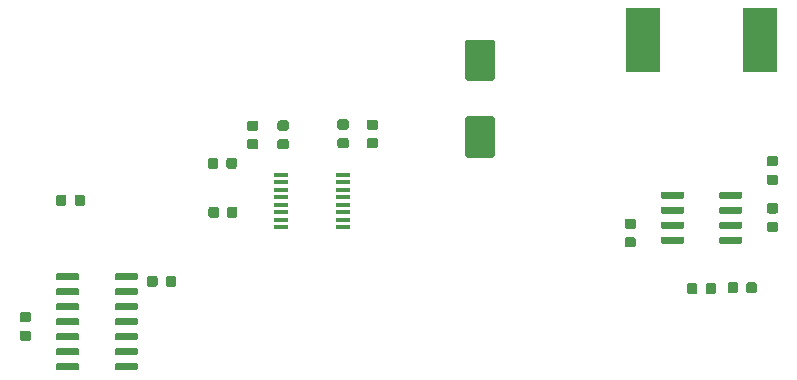
<source format=gbr>
G04 #@! TF.GenerationSoftware,KiCad,Pcbnew,(5.1.2-1)-1*
G04 #@! TF.CreationDate,2019-09-19T03:42:36+01:00*
G04 #@! TF.ProjectId,USB,5553422e-6b69-4636-9164-5f7063625858,rev?*
G04 #@! TF.SameCoordinates,Original*
G04 #@! TF.FileFunction,Paste,Top*
G04 #@! TF.FilePolarity,Positive*
%FSLAX46Y46*%
G04 Gerber Fmt 4.6, Leading zero omitted, Abs format (unit mm)*
G04 Created by KiCad (PCBNEW (5.1.2-1)-1) date 2019-09-19 03:42:36*
%MOMM*%
%LPD*%
G04 APERTURE LIST*
%ADD10C,0.100000*%
%ADD11C,2.500000*%
%ADD12C,0.600000*%
%ADD13R,1.200000X0.400000*%
%ADD14C,0.875000*%
%ADD15R,2.900000X5.400000*%
G04 APERTURE END LIST*
D10*
G36*
X167267504Y-89921004D02*
G01*
X167291773Y-89924604D01*
X167315571Y-89930565D01*
X167338671Y-89938830D01*
X167360849Y-89949320D01*
X167381893Y-89961933D01*
X167401598Y-89976547D01*
X167419777Y-89993023D01*
X167436253Y-90011202D01*
X167450867Y-90030907D01*
X167463480Y-90051951D01*
X167473970Y-90074129D01*
X167482235Y-90097229D01*
X167488196Y-90121027D01*
X167491796Y-90145296D01*
X167493000Y-90169800D01*
X167493000Y-93169800D01*
X167491796Y-93194304D01*
X167488196Y-93218573D01*
X167482235Y-93242371D01*
X167473970Y-93265471D01*
X167463480Y-93287649D01*
X167450867Y-93308693D01*
X167436253Y-93328398D01*
X167419777Y-93346577D01*
X167401598Y-93363053D01*
X167381893Y-93377667D01*
X167360849Y-93390280D01*
X167338671Y-93400770D01*
X167315571Y-93409035D01*
X167291773Y-93414996D01*
X167267504Y-93418596D01*
X167243000Y-93419800D01*
X165243000Y-93419800D01*
X165218496Y-93418596D01*
X165194227Y-93414996D01*
X165170429Y-93409035D01*
X165147329Y-93400770D01*
X165125151Y-93390280D01*
X165104107Y-93377667D01*
X165084402Y-93363053D01*
X165066223Y-93346577D01*
X165049747Y-93328398D01*
X165035133Y-93308693D01*
X165022520Y-93287649D01*
X165012030Y-93265471D01*
X165003765Y-93242371D01*
X164997804Y-93218573D01*
X164994204Y-93194304D01*
X164993000Y-93169800D01*
X164993000Y-90169800D01*
X164994204Y-90145296D01*
X164997804Y-90121027D01*
X165003765Y-90097229D01*
X165012030Y-90074129D01*
X165022520Y-90051951D01*
X165035133Y-90030907D01*
X165049747Y-90011202D01*
X165066223Y-89993023D01*
X165084402Y-89976547D01*
X165104107Y-89961933D01*
X165125151Y-89949320D01*
X165147329Y-89938830D01*
X165170429Y-89930565D01*
X165194227Y-89924604D01*
X165218496Y-89921004D01*
X165243000Y-89919800D01*
X167243000Y-89919800D01*
X167267504Y-89921004D01*
X167267504Y-89921004D01*
G37*
D11*
X166243000Y-91669800D03*
D10*
G36*
X167267504Y-96421004D02*
G01*
X167291773Y-96424604D01*
X167315571Y-96430565D01*
X167338671Y-96438830D01*
X167360849Y-96449320D01*
X167381893Y-96461933D01*
X167401598Y-96476547D01*
X167419777Y-96493023D01*
X167436253Y-96511202D01*
X167450867Y-96530907D01*
X167463480Y-96551951D01*
X167473970Y-96574129D01*
X167482235Y-96597229D01*
X167488196Y-96621027D01*
X167491796Y-96645296D01*
X167493000Y-96669800D01*
X167493000Y-99669800D01*
X167491796Y-99694304D01*
X167488196Y-99718573D01*
X167482235Y-99742371D01*
X167473970Y-99765471D01*
X167463480Y-99787649D01*
X167450867Y-99808693D01*
X167436253Y-99828398D01*
X167419777Y-99846577D01*
X167401598Y-99863053D01*
X167381893Y-99877667D01*
X167360849Y-99890280D01*
X167338671Y-99900770D01*
X167315571Y-99909035D01*
X167291773Y-99914996D01*
X167267504Y-99918596D01*
X167243000Y-99919800D01*
X165243000Y-99919800D01*
X165218496Y-99918596D01*
X165194227Y-99914996D01*
X165170429Y-99909035D01*
X165147329Y-99900770D01*
X165125151Y-99890280D01*
X165104107Y-99877667D01*
X165084402Y-99863053D01*
X165066223Y-99846577D01*
X165049747Y-99828398D01*
X165035133Y-99808693D01*
X165022520Y-99787649D01*
X165012030Y-99765471D01*
X165003765Y-99742371D01*
X164997804Y-99718573D01*
X164994204Y-99694304D01*
X164993000Y-99669800D01*
X164993000Y-96669800D01*
X164994204Y-96645296D01*
X164997804Y-96621027D01*
X165003765Y-96597229D01*
X165012030Y-96574129D01*
X165022520Y-96551951D01*
X165035133Y-96530907D01*
X165049747Y-96511202D01*
X165066223Y-96493023D01*
X165084402Y-96476547D01*
X165104107Y-96461933D01*
X165125151Y-96449320D01*
X165147329Y-96438830D01*
X165170429Y-96430565D01*
X165194227Y-96424604D01*
X165218496Y-96421004D01*
X165243000Y-96419800D01*
X167243000Y-96419800D01*
X167267504Y-96421004D01*
X167267504Y-96421004D01*
G37*
D11*
X166243000Y-98169800D03*
D10*
G36*
X137121903Y-109708122D02*
G01*
X137136464Y-109710282D01*
X137150743Y-109713859D01*
X137164603Y-109718818D01*
X137177910Y-109725112D01*
X137190536Y-109732680D01*
X137202359Y-109741448D01*
X137213266Y-109751334D01*
X137223152Y-109762241D01*
X137231920Y-109774064D01*
X137239488Y-109786690D01*
X137245782Y-109799997D01*
X137250741Y-109813857D01*
X137254318Y-109828136D01*
X137256478Y-109842697D01*
X137257200Y-109857400D01*
X137257200Y-110157400D01*
X137256478Y-110172103D01*
X137254318Y-110186664D01*
X137250741Y-110200943D01*
X137245782Y-110214803D01*
X137239488Y-110228110D01*
X137231920Y-110240736D01*
X137223152Y-110252559D01*
X137213266Y-110263466D01*
X137202359Y-110273352D01*
X137190536Y-110282120D01*
X137177910Y-110289688D01*
X137164603Y-110295982D01*
X137150743Y-110300941D01*
X137136464Y-110304518D01*
X137121903Y-110306678D01*
X137107200Y-110307400D01*
X135457200Y-110307400D01*
X135442497Y-110306678D01*
X135427936Y-110304518D01*
X135413657Y-110300941D01*
X135399797Y-110295982D01*
X135386490Y-110289688D01*
X135373864Y-110282120D01*
X135362041Y-110273352D01*
X135351134Y-110263466D01*
X135341248Y-110252559D01*
X135332480Y-110240736D01*
X135324912Y-110228110D01*
X135318618Y-110214803D01*
X135313659Y-110200943D01*
X135310082Y-110186664D01*
X135307922Y-110172103D01*
X135307200Y-110157400D01*
X135307200Y-109857400D01*
X135307922Y-109842697D01*
X135310082Y-109828136D01*
X135313659Y-109813857D01*
X135318618Y-109799997D01*
X135324912Y-109786690D01*
X135332480Y-109774064D01*
X135341248Y-109762241D01*
X135351134Y-109751334D01*
X135362041Y-109741448D01*
X135373864Y-109732680D01*
X135386490Y-109725112D01*
X135399797Y-109718818D01*
X135413657Y-109713859D01*
X135427936Y-109710282D01*
X135442497Y-109708122D01*
X135457200Y-109707400D01*
X137107200Y-109707400D01*
X137121903Y-109708122D01*
X137121903Y-109708122D01*
G37*
D12*
X136282200Y-110007400D03*
D10*
G36*
X137121903Y-110978122D02*
G01*
X137136464Y-110980282D01*
X137150743Y-110983859D01*
X137164603Y-110988818D01*
X137177910Y-110995112D01*
X137190536Y-111002680D01*
X137202359Y-111011448D01*
X137213266Y-111021334D01*
X137223152Y-111032241D01*
X137231920Y-111044064D01*
X137239488Y-111056690D01*
X137245782Y-111069997D01*
X137250741Y-111083857D01*
X137254318Y-111098136D01*
X137256478Y-111112697D01*
X137257200Y-111127400D01*
X137257200Y-111427400D01*
X137256478Y-111442103D01*
X137254318Y-111456664D01*
X137250741Y-111470943D01*
X137245782Y-111484803D01*
X137239488Y-111498110D01*
X137231920Y-111510736D01*
X137223152Y-111522559D01*
X137213266Y-111533466D01*
X137202359Y-111543352D01*
X137190536Y-111552120D01*
X137177910Y-111559688D01*
X137164603Y-111565982D01*
X137150743Y-111570941D01*
X137136464Y-111574518D01*
X137121903Y-111576678D01*
X137107200Y-111577400D01*
X135457200Y-111577400D01*
X135442497Y-111576678D01*
X135427936Y-111574518D01*
X135413657Y-111570941D01*
X135399797Y-111565982D01*
X135386490Y-111559688D01*
X135373864Y-111552120D01*
X135362041Y-111543352D01*
X135351134Y-111533466D01*
X135341248Y-111522559D01*
X135332480Y-111510736D01*
X135324912Y-111498110D01*
X135318618Y-111484803D01*
X135313659Y-111470943D01*
X135310082Y-111456664D01*
X135307922Y-111442103D01*
X135307200Y-111427400D01*
X135307200Y-111127400D01*
X135307922Y-111112697D01*
X135310082Y-111098136D01*
X135313659Y-111083857D01*
X135318618Y-111069997D01*
X135324912Y-111056690D01*
X135332480Y-111044064D01*
X135341248Y-111032241D01*
X135351134Y-111021334D01*
X135362041Y-111011448D01*
X135373864Y-111002680D01*
X135386490Y-110995112D01*
X135399797Y-110988818D01*
X135413657Y-110983859D01*
X135427936Y-110980282D01*
X135442497Y-110978122D01*
X135457200Y-110977400D01*
X137107200Y-110977400D01*
X137121903Y-110978122D01*
X137121903Y-110978122D01*
G37*
D12*
X136282200Y-111277400D03*
D10*
G36*
X137121903Y-112248122D02*
G01*
X137136464Y-112250282D01*
X137150743Y-112253859D01*
X137164603Y-112258818D01*
X137177910Y-112265112D01*
X137190536Y-112272680D01*
X137202359Y-112281448D01*
X137213266Y-112291334D01*
X137223152Y-112302241D01*
X137231920Y-112314064D01*
X137239488Y-112326690D01*
X137245782Y-112339997D01*
X137250741Y-112353857D01*
X137254318Y-112368136D01*
X137256478Y-112382697D01*
X137257200Y-112397400D01*
X137257200Y-112697400D01*
X137256478Y-112712103D01*
X137254318Y-112726664D01*
X137250741Y-112740943D01*
X137245782Y-112754803D01*
X137239488Y-112768110D01*
X137231920Y-112780736D01*
X137223152Y-112792559D01*
X137213266Y-112803466D01*
X137202359Y-112813352D01*
X137190536Y-112822120D01*
X137177910Y-112829688D01*
X137164603Y-112835982D01*
X137150743Y-112840941D01*
X137136464Y-112844518D01*
X137121903Y-112846678D01*
X137107200Y-112847400D01*
X135457200Y-112847400D01*
X135442497Y-112846678D01*
X135427936Y-112844518D01*
X135413657Y-112840941D01*
X135399797Y-112835982D01*
X135386490Y-112829688D01*
X135373864Y-112822120D01*
X135362041Y-112813352D01*
X135351134Y-112803466D01*
X135341248Y-112792559D01*
X135332480Y-112780736D01*
X135324912Y-112768110D01*
X135318618Y-112754803D01*
X135313659Y-112740943D01*
X135310082Y-112726664D01*
X135307922Y-112712103D01*
X135307200Y-112697400D01*
X135307200Y-112397400D01*
X135307922Y-112382697D01*
X135310082Y-112368136D01*
X135313659Y-112353857D01*
X135318618Y-112339997D01*
X135324912Y-112326690D01*
X135332480Y-112314064D01*
X135341248Y-112302241D01*
X135351134Y-112291334D01*
X135362041Y-112281448D01*
X135373864Y-112272680D01*
X135386490Y-112265112D01*
X135399797Y-112258818D01*
X135413657Y-112253859D01*
X135427936Y-112250282D01*
X135442497Y-112248122D01*
X135457200Y-112247400D01*
X137107200Y-112247400D01*
X137121903Y-112248122D01*
X137121903Y-112248122D01*
G37*
D12*
X136282200Y-112547400D03*
D10*
G36*
X137121903Y-113518122D02*
G01*
X137136464Y-113520282D01*
X137150743Y-113523859D01*
X137164603Y-113528818D01*
X137177910Y-113535112D01*
X137190536Y-113542680D01*
X137202359Y-113551448D01*
X137213266Y-113561334D01*
X137223152Y-113572241D01*
X137231920Y-113584064D01*
X137239488Y-113596690D01*
X137245782Y-113609997D01*
X137250741Y-113623857D01*
X137254318Y-113638136D01*
X137256478Y-113652697D01*
X137257200Y-113667400D01*
X137257200Y-113967400D01*
X137256478Y-113982103D01*
X137254318Y-113996664D01*
X137250741Y-114010943D01*
X137245782Y-114024803D01*
X137239488Y-114038110D01*
X137231920Y-114050736D01*
X137223152Y-114062559D01*
X137213266Y-114073466D01*
X137202359Y-114083352D01*
X137190536Y-114092120D01*
X137177910Y-114099688D01*
X137164603Y-114105982D01*
X137150743Y-114110941D01*
X137136464Y-114114518D01*
X137121903Y-114116678D01*
X137107200Y-114117400D01*
X135457200Y-114117400D01*
X135442497Y-114116678D01*
X135427936Y-114114518D01*
X135413657Y-114110941D01*
X135399797Y-114105982D01*
X135386490Y-114099688D01*
X135373864Y-114092120D01*
X135362041Y-114083352D01*
X135351134Y-114073466D01*
X135341248Y-114062559D01*
X135332480Y-114050736D01*
X135324912Y-114038110D01*
X135318618Y-114024803D01*
X135313659Y-114010943D01*
X135310082Y-113996664D01*
X135307922Y-113982103D01*
X135307200Y-113967400D01*
X135307200Y-113667400D01*
X135307922Y-113652697D01*
X135310082Y-113638136D01*
X135313659Y-113623857D01*
X135318618Y-113609997D01*
X135324912Y-113596690D01*
X135332480Y-113584064D01*
X135341248Y-113572241D01*
X135351134Y-113561334D01*
X135362041Y-113551448D01*
X135373864Y-113542680D01*
X135386490Y-113535112D01*
X135399797Y-113528818D01*
X135413657Y-113523859D01*
X135427936Y-113520282D01*
X135442497Y-113518122D01*
X135457200Y-113517400D01*
X137107200Y-113517400D01*
X137121903Y-113518122D01*
X137121903Y-113518122D01*
G37*
D12*
X136282200Y-113817400D03*
D10*
G36*
X137121903Y-114788122D02*
G01*
X137136464Y-114790282D01*
X137150743Y-114793859D01*
X137164603Y-114798818D01*
X137177910Y-114805112D01*
X137190536Y-114812680D01*
X137202359Y-114821448D01*
X137213266Y-114831334D01*
X137223152Y-114842241D01*
X137231920Y-114854064D01*
X137239488Y-114866690D01*
X137245782Y-114879997D01*
X137250741Y-114893857D01*
X137254318Y-114908136D01*
X137256478Y-114922697D01*
X137257200Y-114937400D01*
X137257200Y-115237400D01*
X137256478Y-115252103D01*
X137254318Y-115266664D01*
X137250741Y-115280943D01*
X137245782Y-115294803D01*
X137239488Y-115308110D01*
X137231920Y-115320736D01*
X137223152Y-115332559D01*
X137213266Y-115343466D01*
X137202359Y-115353352D01*
X137190536Y-115362120D01*
X137177910Y-115369688D01*
X137164603Y-115375982D01*
X137150743Y-115380941D01*
X137136464Y-115384518D01*
X137121903Y-115386678D01*
X137107200Y-115387400D01*
X135457200Y-115387400D01*
X135442497Y-115386678D01*
X135427936Y-115384518D01*
X135413657Y-115380941D01*
X135399797Y-115375982D01*
X135386490Y-115369688D01*
X135373864Y-115362120D01*
X135362041Y-115353352D01*
X135351134Y-115343466D01*
X135341248Y-115332559D01*
X135332480Y-115320736D01*
X135324912Y-115308110D01*
X135318618Y-115294803D01*
X135313659Y-115280943D01*
X135310082Y-115266664D01*
X135307922Y-115252103D01*
X135307200Y-115237400D01*
X135307200Y-114937400D01*
X135307922Y-114922697D01*
X135310082Y-114908136D01*
X135313659Y-114893857D01*
X135318618Y-114879997D01*
X135324912Y-114866690D01*
X135332480Y-114854064D01*
X135341248Y-114842241D01*
X135351134Y-114831334D01*
X135362041Y-114821448D01*
X135373864Y-114812680D01*
X135386490Y-114805112D01*
X135399797Y-114798818D01*
X135413657Y-114793859D01*
X135427936Y-114790282D01*
X135442497Y-114788122D01*
X135457200Y-114787400D01*
X137107200Y-114787400D01*
X137121903Y-114788122D01*
X137121903Y-114788122D01*
G37*
D12*
X136282200Y-115087400D03*
D10*
G36*
X137121903Y-116058122D02*
G01*
X137136464Y-116060282D01*
X137150743Y-116063859D01*
X137164603Y-116068818D01*
X137177910Y-116075112D01*
X137190536Y-116082680D01*
X137202359Y-116091448D01*
X137213266Y-116101334D01*
X137223152Y-116112241D01*
X137231920Y-116124064D01*
X137239488Y-116136690D01*
X137245782Y-116149997D01*
X137250741Y-116163857D01*
X137254318Y-116178136D01*
X137256478Y-116192697D01*
X137257200Y-116207400D01*
X137257200Y-116507400D01*
X137256478Y-116522103D01*
X137254318Y-116536664D01*
X137250741Y-116550943D01*
X137245782Y-116564803D01*
X137239488Y-116578110D01*
X137231920Y-116590736D01*
X137223152Y-116602559D01*
X137213266Y-116613466D01*
X137202359Y-116623352D01*
X137190536Y-116632120D01*
X137177910Y-116639688D01*
X137164603Y-116645982D01*
X137150743Y-116650941D01*
X137136464Y-116654518D01*
X137121903Y-116656678D01*
X137107200Y-116657400D01*
X135457200Y-116657400D01*
X135442497Y-116656678D01*
X135427936Y-116654518D01*
X135413657Y-116650941D01*
X135399797Y-116645982D01*
X135386490Y-116639688D01*
X135373864Y-116632120D01*
X135362041Y-116623352D01*
X135351134Y-116613466D01*
X135341248Y-116602559D01*
X135332480Y-116590736D01*
X135324912Y-116578110D01*
X135318618Y-116564803D01*
X135313659Y-116550943D01*
X135310082Y-116536664D01*
X135307922Y-116522103D01*
X135307200Y-116507400D01*
X135307200Y-116207400D01*
X135307922Y-116192697D01*
X135310082Y-116178136D01*
X135313659Y-116163857D01*
X135318618Y-116149997D01*
X135324912Y-116136690D01*
X135332480Y-116124064D01*
X135341248Y-116112241D01*
X135351134Y-116101334D01*
X135362041Y-116091448D01*
X135373864Y-116082680D01*
X135386490Y-116075112D01*
X135399797Y-116068818D01*
X135413657Y-116063859D01*
X135427936Y-116060282D01*
X135442497Y-116058122D01*
X135457200Y-116057400D01*
X137107200Y-116057400D01*
X137121903Y-116058122D01*
X137121903Y-116058122D01*
G37*
D12*
X136282200Y-116357400D03*
D10*
G36*
X137121903Y-117328122D02*
G01*
X137136464Y-117330282D01*
X137150743Y-117333859D01*
X137164603Y-117338818D01*
X137177910Y-117345112D01*
X137190536Y-117352680D01*
X137202359Y-117361448D01*
X137213266Y-117371334D01*
X137223152Y-117382241D01*
X137231920Y-117394064D01*
X137239488Y-117406690D01*
X137245782Y-117419997D01*
X137250741Y-117433857D01*
X137254318Y-117448136D01*
X137256478Y-117462697D01*
X137257200Y-117477400D01*
X137257200Y-117777400D01*
X137256478Y-117792103D01*
X137254318Y-117806664D01*
X137250741Y-117820943D01*
X137245782Y-117834803D01*
X137239488Y-117848110D01*
X137231920Y-117860736D01*
X137223152Y-117872559D01*
X137213266Y-117883466D01*
X137202359Y-117893352D01*
X137190536Y-117902120D01*
X137177910Y-117909688D01*
X137164603Y-117915982D01*
X137150743Y-117920941D01*
X137136464Y-117924518D01*
X137121903Y-117926678D01*
X137107200Y-117927400D01*
X135457200Y-117927400D01*
X135442497Y-117926678D01*
X135427936Y-117924518D01*
X135413657Y-117920941D01*
X135399797Y-117915982D01*
X135386490Y-117909688D01*
X135373864Y-117902120D01*
X135362041Y-117893352D01*
X135351134Y-117883466D01*
X135341248Y-117872559D01*
X135332480Y-117860736D01*
X135324912Y-117848110D01*
X135318618Y-117834803D01*
X135313659Y-117820943D01*
X135310082Y-117806664D01*
X135307922Y-117792103D01*
X135307200Y-117777400D01*
X135307200Y-117477400D01*
X135307922Y-117462697D01*
X135310082Y-117448136D01*
X135313659Y-117433857D01*
X135318618Y-117419997D01*
X135324912Y-117406690D01*
X135332480Y-117394064D01*
X135341248Y-117382241D01*
X135351134Y-117371334D01*
X135362041Y-117361448D01*
X135373864Y-117352680D01*
X135386490Y-117345112D01*
X135399797Y-117338818D01*
X135413657Y-117333859D01*
X135427936Y-117330282D01*
X135442497Y-117328122D01*
X135457200Y-117327400D01*
X137107200Y-117327400D01*
X137121903Y-117328122D01*
X137121903Y-117328122D01*
G37*
D12*
X136282200Y-117627400D03*
D10*
G36*
X132171903Y-117328122D02*
G01*
X132186464Y-117330282D01*
X132200743Y-117333859D01*
X132214603Y-117338818D01*
X132227910Y-117345112D01*
X132240536Y-117352680D01*
X132252359Y-117361448D01*
X132263266Y-117371334D01*
X132273152Y-117382241D01*
X132281920Y-117394064D01*
X132289488Y-117406690D01*
X132295782Y-117419997D01*
X132300741Y-117433857D01*
X132304318Y-117448136D01*
X132306478Y-117462697D01*
X132307200Y-117477400D01*
X132307200Y-117777400D01*
X132306478Y-117792103D01*
X132304318Y-117806664D01*
X132300741Y-117820943D01*
X132295782Y-117834803D01*
X132289488Y-117848110D01*
X132281920Y-117860736D01*
X132273152Y-117872559D01*
X132263266Y-117883466D01*
X132252359Y-117893352D01*
X132240536Y-117902120D01*
X132227910Y-117909688D01*
X132214603Y-117915982D01*
X132200743Y-117920941D01*
X132186464Y-117924518D01*
X132171903Y-117926678D01*
X132157200Y-117927400D01*
X130507200Y-117927400D01*
X130492497Y-117926678D01*
X130477936Y-117924518D01*
X130463657Y-117920941D01*
X130449797Y-117915982D01*
X130436490Y-117909688D01*
X130423864Y-117902120D01*
X130412041Y-117893352D01*
X130401134Y-117883466D01*
X130391248Y-117872559D01*
X130382480Y-117860736D01*
X130374912Y-117848110D01*
X130368618Y-117834803D01*
X130363659Y-117820943D01*
X130360082Y-117806664D01*
X130357922Y-117792103D01*
X130357200Y-117777400D01*
X130357200Y-117477400D01*
X130357922Y-117462697D01*
X130360082Y-117448136D01*
X130363659Y-117433857D01*
X130368618Y-117419997D01*
X130374912Y-117406690D01*
X130382480Y-117394064D01*
X130391248Y-117382241D01*
X130401134Y-117371334D01*
X130412041Y-117361448D01*
X130423864Y-117352680D01*
X130436490Y-117345112D01*
X130449797Y-117338818D01*
X130463657Y-117333859D01*
X130477936Y-117330282D01*
X130492497Y-117328122D01*
X130507200Y-117327400D01*
X132157200Y-117327400D01*
X132171903Y-117328122D01*
X132171903Y-117328122D01*
G37*
D12*
X131332200Y-117627400D03*
D10*
G36*
X132171903Y-116058122D02*
G01*
X132186464Y-116060282D01*
X132200743Y-116063859D01*
X132214603Y-116068818D01*
X132227910Y-116075112D01*
X132240536Y-116082680D01*
X132252359Y-116091448D01*
X132263266Y-116101334D01*
X132273152Y-116112241D01*
X132281920Y-116124064D01*
X132289488Y-116136690D01*
X132295782Y-116149997D01*
X132300741Y-116163857D01*
X132304318Y-116178136D01*
X132306478Y-116192697D01*
X132307200Y-116207400D01*
X132307200Y-116507400D01*
X132306478Y-116522103D01*
X132304318Y-116536664D01*
X132300741Y-116550943D01*
X132295782Y-116564803D01*
X132289488Y-116578110D01*
X132281920Y-116590736D01*
X132273152Y-116602559D01*
X132263266Y-116613466D01*
X132252359Y-116623352D01*
X132240536Y-116632120D01*
X132227910Y-116639688D01*
X132214603Y-116645982D01*
X132200743Y-116650941D01*
X132186464Y-116654518D01*
X132171903Y-116656678D01*
X132157200Y-116657400D01*
X130507200Y-116657400D01*
X130492497Y-116656678D01*
X130477936Y-116654518D01*
X130463657Y-116650941D01*
X130449797Y-116645982D01*
X130436490Y-116639688D01*
X130423864Y-116632120D01*
X130412041Y-116623352D01*
X130401134Y-116613466D01*
X130391248Y-116602559D01*
X130382480Y-116590736D01*
X130374912Y-116578110D01*
X130368618Y-116564803D01*
X130363659Y-116550943D01*
X130360082Y-116536664D01*
X130357922Y-116522103D01*
X130357200Y-116507400D01*
X130357200Y-116207400D01*
X130357922Y-116192697D01*
X130360082Y-116178136D01*
X130363659Y-116163857D01*
X130368618Y-116149997D01*
X130374912Y-116136690D01*
X130382480Y-116124064D01*
X130391248Y-116112241D01*
X130401134Y-116101334D01*
X130412041Y-116091448D01*
X130423864Y-116082680D01*
X130436490Y-116075112D01*
X130449797Y-116068818D01*
X130463657Y-116063859D01*
X130477936Y-116060282D01*
X130492497Y-116058122D01*
X130507200Y-116057400D01*
X132157200Y-116057400D01*
X132171903Y-116058122D01*
X132171903Y-116058122D01*
G37*
D12*
X131332200Y-116357400D03*
D10*
G36*
X132171903Y-114788122D02*
G01*
X132186464Y-114790282D01*
X132200743Y-114793859D01*
X132214603Y-114798818D01*
X132227910Y-114805112D01*
X132240536Y-114812680D01*
X132252359Y-114821448D01*
X132263266Y-114831334D01*
X132273152Y-114842241D01*
X132281920Y-114854064D01*
X132289488Y-114866690D01*
X132295782Y-114879997D01*
X132300741Y-114893857D01*
X132304318Y-114908136D01*
X132306478Y-114922697D01*
X132307200Y-114937400D01*
X132307200Y-115237400D01*
X132306478Y-115252103D01*
X132304318Y-115266664D01*
X132300741Y-115280943D01*
X132295782Y-115294803D01*
X132289488Y-115308110D01*
X132281920Y-115320736D01*
X132273152Y-115332559D01*
X132263266Y-115343466D01*
X132252359Y-115353352D01*
X132240536Y-115362120D01*
X132227910Y-115369688D01*
X132214603Y-115375982D01*
X132200743Y-115380941D01*
X132186464Y-115384518D01*
X132171903Y-115386678D01*
X132157200Y-115387400D01*
X130507200Y-115387400D01*
X130492497Y-115386678D01*
X130477936Y-115384518D01*
X130463657Y-115380941D01*
X130449797Y-115375982D01*
X130436490Y-115369688D01*
X130423864Y-115362120D01*
X130412041Y-115353352D01*
X130401134Y-115343466D01*
X130391248Y-115332559D01*
X130382480Y-115320736D01*
X130374912Y-115308110D01*
X130368618Y-115294803D01*
X130363659Y-115280943D01*
X130360082Y-115266664D01*
X130357922Y-115252103D01*
X130357200Y-115237400D01*
X130357200Y-114937400D01*
X130357922Y-114922697D01*
X130360082Y-114908136D01*
X130363659Y-114893857D01*
X130368618Y-114879997D01*
X130374912Y-114866690D01*
X130382480Y-114854064D01*
X130391248Y-114842241D01*
X130401134Y-114831334D01*
X130412041Y-114821448D01*
X130423864Y-114812680D01*
X130436490Y-114805112D01*
X130449797Y-114798818D01*
X130463657Y-114793859D01*
X130477936Y-114790282D01*
X130492497Y-114788122D01*
X130507200Y-114787400D01*
X132157200Y-114787400D01*
X132171903Y-114788122D01*
X132171903Y-114788122D01*
G37*
D12*
X131332200Y-115087400D03*
D10*
G36*
X132171903Y-113518122D02*
G01*
X132186464Y-113520282D01*
X132200743Y-113523859D01*
X132214603Y-113528818D01*
X132227910Y-113535112D01*
X132240536Y-113542680D01*
X132252359Y-113551448D01*
X132263266Y-113561334D01*
X132273152Y-113572241D01*
X132281920Y-113584064D01*
X132289488Y-113596690D01*
X132295782Y-113609997D01*
X132300741Y-113623857D01*
X132304318Y-113638136D01*
X132306478Y-113652697D01*
X132307200Y-113667400D01*
X132307200Y-113967400D01*
X132306478Y-113982103D01*
X132304318Y-113996664D01*
X132300741Y-114010943D01*
X132295782Y-114024803D01*
X132289488Y-114038110D01*
X132281920Y-114050736D01*
X132273152Y-114062559D01*
X132263266Y-114073466D01*
X132252359Y-114083352D01*
X132240536Y-114092120D01*
X132227910Y-114099688D01*
X132214603Y-114105982D01*
X132200743Y-114110941D01*
X132186464Y-114114518D01*
X132171903Y-114116678D01*
X132157200Y-114117400D01*
X130507200Y-114117400D01*
X130492497Y-114116678D01*
X130477936Y-114114518D01*
X130463657Y-114110941D01*
X130449797Y-114105982D01*
X130436490Y-114099688D01*
X130423864Y-114092120D01*
X130412041Y-114083352D01*
X130401134Y-114073466D01*
X130391248Y-114062559D01*
X130382480Y-114050736D01*
X130374912Y-114038110D01*
X130368618Y-114024803D01*
X130363659Y-114010943D01*
X130360082Y-113996664D01*
X130357922Y-113982103D01*
X130357200Y-113967400D01*
X130357200Y-113667400D01*
X130357922Y-113652697D01*
X130360082Y-113638136D01*
X130363659Y-113623857D01*
X130368618Y-113609997D01*
X130374912Y-113596690D01*
X130382480Y-113584064D01*
X130391248Y-113572241D01*
X130401134Y-113561334D01*
X130412041Y-113551448D01*
X130423864Y-113542680D01*
X130436490Y-113535112D01*
X130449797Y-113528818D01*
X130463657Y-113523859D01*
X130477936Y-113520282D01*
X130492497Y-113518122D01*
X130507200Y-113517400D01*
X132157200Y-113517400D01*
X132171903Y-113518122D01*
X132171903Y-113518122D01*
G37*
D12*
X131332200Y-113817400D03*
D10*
G36*
X132171903Y-112248122D02*
G01*
X132186464Y-112250282D01*
X132200743Y-112253859D01*
X132214603Y-112258818D01*
X132227910Y-112265112D01*
X132240536Y-112272680D01*
X132252359Y-112281448D01*
X132263266Y-112291334D01*
X132273152Y-112302241D01*
X132281920Y-112314064D01*
X132289488Y-112326690D01*
X132295782Y-112339997D01*
X132300741Y-112353857D01*
X132304318Y-112368136D01*
X132306478Y-112382697D01*
X132307200Y-112397400D01*
X132307200Y-112697400D01*
X132306478Y-112712103D01*
X132304318Y-112726664D01*
X132300741Y-112740943D01*
X132295782Y-112754803D01*
X132289488Y-112768110D01*
X132281920Y-112780736D01*
X132273152Y-112792559D01*
X132263266Y-112803466D01*
X132252359Y-112813352D01*
X132240536Y-112822120D01*
X132227910Y-112829688D01*
X132214603Y-112835982D01*
X132200743Y-112840941D01*
X132186464Y-112844518D01*
X132171903Y-112846678D01*
X132157200Y-112847400D01*
X130507200Y-112847400D01*
X130492497Y-112846678D01*
X130477936Y-112844518D01*
X130463657Y-112840941D01*
X130449797Y-112835982D01*
X130436490Y-112829688D01*
X130423864Y-112822120D01*
X130412041Y-112813352D01*
X130401134Y-112803466D01*
X130391248Y-112792559D01*
X130382480Y-112780736D01*
X130374912Y-112768110D01*
X130368618Y-112754803D01*
X130363659Y-112740943D01*
X130360082Y-112726664D01*
X130357922Y-112712103D01*
X130357200Y-112697400D01*
X130357200Y-112397400D01*
X130357922Y-112382697D01*
X130360082Y-112368136D01*
X130363659Y-112353857D01*
X130368618Y-112339997D01*
X130374912Y-112326690D01*
X130382480Y-112314064D01*
X130391248Y-112302241D01*
X130401134Y-112291334D01*
X130412041Y-112281448D01*
X130423864Y-112272680D01*
X130436490Y-112265112D01*
X130449797Y-112258818D01*
X130463657Y-112253859D01*
X130477936Y-112250282D01*
X130492497Y-112248122D01*
X130507200Y-112247400D01*
X132157200Y-112247400D01*
X132171903Y-112248122D01*
X132171903Y-112248122D01*
G37*
D12*
X131332200Y-112547400D03*
D10*
G36*
X132171903Y-110978122D02*
G01*
X132186464Y-110980282D01*
X132200743Y-110983859D01*
X132214603Y-110988818D01*
X132227910Y-110995112D01*
X132240536Y-111002680D01*
X132252359Y-111011448D01*
X132263266Y-111021334D01*
X132273152Y-111032241D01*
X132281920Y-111044064D01*
X132289488Y-111056690D01*
X132295782Y-111069997D01*
X132300741Y-111083857D01*
X132304318Y-111098136D01*
X132306478Y-111112697D01*
X132307200Y-111127400D01*
X132307200Y-111427400D01*
X132306478Y-111442103D01*
X132304318Y-111456664D01*
X132300741Y-111470943D01*
X132295782Y-111484803D01*
X132289488Y-111498110D01*
X132281920Y-111510736D01*
X132273152Y-111522559D01*
X132263266Y-111533466D01*
X132252359Y-111543352D01*
X132240536Y-111552120D01*
X132227910Y-111559688D01*
X132214603Y-111565982D01*
X132200743Y-111570941D01*
X132186464Y-111574518D01*
X132171903Y-111576678D01*
X132157200Y-111577400D01*
X130507200Y-111577400D01*
X130492497Y-111576678D01*
X130477936Y-111574518D01*
X130463657Y-111570941D01*
X130449797Y-111565982D01*
X130436490Y-111559688D01*
X130423864Y-111552120D01*
X130412041Y-111543352D01*
X130401134Y-111533466D01*
X130391248Y-111522559D01*
X130382480Y-111510736D01*
X130374912Y-111498110D01*
X130368618Y-111484803D01*
X130363659Y-111470943D01*
X130360082Y-111456664D01*
X130357922Y-111442103D01*
X130357200Y-111427400D01*
X130357200Y-111127400D01*
X130357922Y-111112697D01*
X130360082Y-111098136D01*
X130363659Y-111083857D01*
X130368618Y-111069997D01*
X130374912Y-111056690D01*
X130382480Y-111044064D01*
X130391248Y-111032241D01*
X130401134Y-111021334D01*
X130412041Y-111011448D01*
X130423864Y-111002680D01*
X130436490Y-110995112D01*
X130449797Y-110988818D01*
X130463657Y-110983859D01*
X130477936Y-110980282D01*
X130492497Y-110978122D01*
X130507200Y-110977400D01*
X132157200Y-110977400D01*
X132171903Y-110978122D01*
X132171903Y-110978122D01*
G37*
D12*
X131332200Y-111277400D03*
D10*
G36*
X132171903Y-109708122D02*
G01*
X132186464Y-109710282D01*
X132200743Y-109713859D01*
X132214603Y-109718818D01*
X132227910Y-109725112D01*
X132240536Y-109732680D01*
X132252359Y-109741448D01*
X132263266Y-109751334D01*
X132273152Y-109762241D01*
X132281920Y-109774064D01*
X132289488Y-109786690D01*
X132295782Y-109799997D01*
X132300741Y-109813857D01*
X132304318Y-109828136D01*
X132306478Y-109842697D01*
X132307200Y-109857400D01*
X132307200Y-110157400D01*
X132306478Y-110172103D01*
X132304318Y-110186664D01*
X132300741Y-110200943D01*
X132295782Y-110214803D01*
X132289488Y-110228110D01*
X132281920Y-110240736D01*
X132273152Y-110252559D01*
X132263266Y-110263466D01*
X132252359Y-110273352D01*
X132240536Y-110282120D01*
X132227910Y-110289688D01*
X132214603Y-110295982D01*
X132200743Y-110300941D01*
X132186464Y-110304518D01*
X132171903Y-110306678D01*
X132157200Y-110307400D01*
X130507200Y-110307400D01*
X130492497Y-110306678D01*
X130477936Y-110304518D01*
X130463657Y-110300941D01*
X130449797Y-110295982D01*
X130436490Y-110289688D01*
X130423864Y-110282120D01*
X130412041Y-110273352D01*
X130401134Y-110263466D01*
X130391248Y-110252559D01*
X130382480Y-110240736D01*
X130374912Y-110228110D01*
X130368618Y-110214803D01*
X130363659Y-110200943D01*
X130360082Y-110186664D01*
X130357922Y-110172103D01*
X130357200Y-110157400D01*
X130357200Y-109857400D01*
X130357922Y-109842697D01*
X130360082Y-109828136D01*
X130363659Y-109813857D01*
X130368618Y-109799997D01*
X130374912Y-109786690D01*
X130382480Y-109774064D01*
X130391248Y-109762241D01*
X130401134Y-109751334D01*
X130412041Y-109741448D01*
X130423864Y-109732680D01*
X130436490Y-109725112D01*
X130449797Y-109718818D01*
X130463657Y-109713859D01*
X130477936Y-109710282D01*
X130492497Y-109708122D01*
X130507200Y-109707400D01*
X132157200Y-109707400D01*
X132171903Y-109708122D01*
X132171903Y-109708122D01*
G37*
D12*
X131332200Y-110007400D03*
D10*
G36*
X188314703Y-102795722D02*
G01*
X188329264Y-102797882D01*
X188343543Y-102801459D01*
X188357403Y-102806418D01*
X188370710Y-102812712D01*
X188383336Y-102820280D01*
X188395159Y-102829048D01*
X188406066Y-102838934D01*
X188415952Y-102849841D01*
X188424720Y-102861664D01*
X188432288Y-102874290D01*
X188438582Y-102887597D01*
X188443541Y-102901457D01*
X188447118Y-102915736D01*
X188449278Y-102930297D01*
X188450000Y-102945000D01*
X188450000Y-103245000D01*
X188449278Y-103259703D01*
X188447118Y-103274264D01*
X188443541Y-103288543D01*
X188438582Y-103302403D01*
X188432288Y-103315710D01*
X188424720Y-103328336D01*
X188415952Y-103340159D01*
X188406066Y-103351066D01*
X188395159Y-103360952D01*
X188383336Y-103369720D01*
X188370710Y-103377288D01*
X188357403Y-103383582D01*
X188343543Y-103388541D01*
X188329264Y-103392118D01*
X188314703Y-103394278D01*
X188300000Y-103395000D01*
X186650000Y-103395000D01*
X186635297Y-103394278D01*
X186620736Y-103392118D01*
X186606457Y-103388541D01*
X186592597Y-103383582D01*
X186579290Y-103377288D01*
X186566664Y-103369720D01*
X186554841Y-103360952D01*
X186543934Y-103351066D01*
X186534048Y-103340159D01*
X186525280Y-103328336D01*
X186517712Y-103315710D01*
X186511418Y-103302403D01*
X186506459Y-103288543D01*
X186502882Y-103274264D01*
X186500722Y-103259703D01*
X186500000Y-103245000D01*
X186500000Y-102945000D01*
X186500722Y-102930297D01*
X186502882Y-102915736D01*
X186506459Y-102901457D01*
X186511418Y-102887597D01*
X186517712Y-102874290D01*
X186525280Y-102861664D01*
X186534048Y-102849841D01*
X186543934Y-102838934D01*
X186554841Y-102829048D01*
X186566664Y-102820280D01*
X186579290Y-102812712D01*
X186592597Y-102806418D01*
X186606457Y-102801459D01*
X186620736Y-102797882D01*
X186635297Y-102795722D01*
X186650000Y-102795000D01*
X188300000Y-102795000D01*
X188314703Y-102795722D01*
X188314703Y-102795722D01*
G37*
D12*
X187475000Y-103095000D03*
D10*
G36*
X188314703Y-104065722D02*
G01*
X188329264Y-104067882D01*
X188343543Y-104071459D01*
X188357403Y-104076418D01*
X188370710Y-104082712D01*
X188383336Y-104090280D01*
X188395159Y-104099048D01*
X188406066Y-104108934D01*
X188415952Y-104119841D01*
X188424720Y-104131664D01*
X188432288Y-104144290D01*
X188438582Y-104157597D01*
X188443541Y-104171457D01*
X188447118Y-104185736D01*
X188449278Y-104200297D01*
X188450000Y-104215000D01*
X188450000Y-104515000D01*
X188449278Y-104529703D01*
X188447118Y-104544264D01*
X188443541Y-104558543D01*
X188438582Y-104572403D01*
X188432288Y-104585710D01*
X188424720Y-104598336D01*
X188415952Y-104610159D01*
X188406066Y-104621066D01*
X188395159Y-104630952D01*
X188383336Y-104639720D01*
X188370710Y-104647288D01*
X188357403Y-104653582D01*
X188343543Y-104658541D01*
X188329264Y-104662118D01*
X188314703Y-104664278D01*
X188300000Y-104665000D01*
X186650000Y-104665000D01*
X186635297Y-104664278D01*
X186620736Y-104662118D01*
X186606457Y-104658541D01*
X186592597Y-104653582D01*
X186579290Y-104647288D01*
X186566664Y-104639720D01*
X186554841Y-104630952D01*
X186543934Y-104621066D01*
X186534048Y-104610159D01*
X186525280Y-104598336D01*
X186517712Y-104585710D01*
X186511418Y-104572403D01*
X186506459Y-104558543D01*
X186502882Y-104544264D01*
X186500722Y-104529703D01*
X186500000Y-104515000D01*
X186500000Y-104215000D01*
X186500722Y-104200297D01*
X186502882Y-104185736D01*
X186506459Y-104171457D01*
X186511418Y-104157597D01*
X186517712Y-104144290D01*
X186525280Y-104131664D01*
X186534048Y-104119841D01*
X186543934Y-104108934D01*
X186554841Y-104099048D01*
X186566664Y-104090280D01*
X186579290Y-104082712D01*
X186592597Y-104076418D01*
X186606457Y-104071459D01*
X186620736Y-104067882D01*
X186635297Y-104065722D01*
X186650000Y-104065000D01*
X188300000Y-104065000D01*
X188314703Y-104065722D01*
X188314703Y-104065722D01*
G37*
D12*
X187475000Y-104365000D03*
D10*
G36*
X188314703Y-105335722D02*
G01*
X188329264Y-105337882D01*
X188343543Y-105341459D01*
X188357403Y-105346418D01*
X188370710Y-105352712D01*
X188383336Y-105360280D01*
X188395159Y-105369048D01*
X188406066Y-105378934D01*
X188415952Y-105389841D01*
X188424720Y-105401664D01*
X188432288Y-105414290D01*
X188438582Y-105427597D01*
X188443541Y-105441457D01*
X188447118Y-105455736D01*
X188449278Y-105470297D01*
X188450000Y-105485000D01*
X188450000Y-105785000D01*
X188449278Y-105799703D01*
X188447118Y-105814264D01*
X188443541Y-105828543D01*
X188438582Y-105842403D01*
X188432288Y-105855710D01*
X188424720Y-105868336D01*
X188415952Y-105880159D01*
X188406066Y-105891066D01*
X188395159Y-105900952D01*
X188383336Y-105909720D01*
X188370710Y-105917288D01*
X188357403Y-105923582D01*
X188343543Y-105928541D01*
X188329264Y-105932118D01*
X188314703Y-105934278D01*
X188300000Y-105935000D01*
X186650000Y-105935000D01*
X186635297Y-105934278D01*
X186620736Y-105932118D01*
X186606457Y-105928541D01*
X186592597Y-105923582D01*
X186579290Y-105917288D01*
X186566664Y-105909720D01*
X186554841Y-105900952D01*
X186543934Y-105891066D01*
X186534048Y-105880159D01*
X186525280Y-105868336D01*
X186517712Y-105855710D01*
X186511418Y-105842403D01*
X186506459Y-105828543D01*
X186502882Y-105814264D01*
X186500722Y-105799703D01*
X186500000Y-105785000D01*
X186500000Y-105485000D01*
X186500722Y-105470297D01*
X186502882Y-105455736D01*
X186506459Y-105441457D01*
X186511418Y-105427597D01*
X186517712Y-105414290D01*
X186525280Y-105401664D01*
X186534048Y-105389841D01*
X186543934Y-105378934D01*
X186554841Y-105369048D01*
X186566664Y-105360280D01*
X186579290Y-105352712D01*
X186592597Y-105346418D01*
X186606457Y-105341459D01*
X186620736Y-105337882D01*
X186635297Y-105335722D01*
X186650000Y-105335000D01*
X188300000Y-105335000D01*
X188314703Y-105335722D01*
X188314703Y-105335722D01*
G37*
D12*
X187475000Y-105635000D03*
D10*
G36*
X188314703Y-106605722D02*
G01*
X188329264Y-106607882D01*
X188343543Y-106611459D01*
X188357403Y-106616418D01*
X188370710Y-106622712D01*
X188383336Y-106630280D01*
X188395159Y-106639048D01*
X188406066Y-106648934D01*
X188415952Y-106659841D01*
X188424720Y-106671664D01*
X188432288Y-106684290D01*
X188438582Y-106697597D01*
X188443541Y-106711457D01*
X188447118Y-106725736D01*
X188449278Y-106740297D01*
X188450000Y-106755000D01*
X188450000Y-107055000D01*
X188449278Y-107069703D01*
X188447118Y-107084264D01*
X188443541Y-107098543D01*
X188438582Y-107112403D01*
X188432288Y-107125710D01*
X188424720Y-107138336D01*
X188415952Y-107150159D01*
X188406066Y-107161066D01*
X188395159Y-107170952D01*
X188383336Y-107179720D01*
X188370710Y-107187288D01*
X188357403Y-107193582D01*
X188343543Y-107198541D01*
X188329264Y-107202118D01*
X188314703Y-107204278D01*
X188300000Y-107205000D01*
X186650000Y-107205000D01*
X186635297Y-107204278D01*
X186620736Y-107202118D01*
X186606457Y-107198541D01*
X186592597Y-107193582D01*
X186579290Y-107187288D01*
X186566664Y-107179720D01*
X186554841Y-107170952D01*
X186543934Y-107161066D01*
X186534048Y-107150159D01*
X186525280Y-107138336D01*
X186517712Y-107125710D01*
X186511418Y-107112403D01*
X186506459Y-107098543D01*
X186502882Y-107084264D01*
X186500722Y-107069703D01*
X186500000Y-107055000D01*
X186500000Y-106755000D01*
X186500722Y-106740297D01*
X186502882Y-106725736D01*
X186506459Y-106711457D01*
X186511418Y-106697597D01*
X186517712Y-106684290D01*
X186525280Y-106671664D01*
X186534048Y-106659841D01*
X186543934Y-106648934D01*
X186554841Y-106639048D01*
X186566664Y-106630280D01*
X186579290Y-106622712D01*
X186592597Y-106616418D01*
X186606457Y-106611459D01*
X186620736Y-106607882D01*
X186635297Y-106605722D01*
X186650000Y-106605000D01*
X188300000Y-106605000D01*
X188314703Y-106605722D01*
X188314703Y-106605722D01*
G37*
D12*
X187475000Y-106905000D03*
D10*
G36*
X183364703Y-106605722D02*
G01*
X183379264Y-106607882D01*
X183393543Y-106611459D01*
X183407403Y-106616418D01*
X183420710Y-106622712D01*
X183433336Y-106630280D01*
X183445159Y-106639048D01*
X183456066Y-106648934D01*
X183465952Y-106659841D01*
X183474720Y-106671664D01*
X183482288Y-106684290D01*
X183488582Y-106697597D01*
X183493541Y-106711457D01*
X183497118Y-106725736D01*
X183499278Y-106740297D01*
X183500000Y-106755000D01*
X183500000Y-107055000D01*
X183499278Y-107069703D01*
X183497118Y-107084264D01*
X183493541Y-107098543D01*
X183488582Y-107112403D01*
X183482288Y-107125710D01*
X183474720Y-107138336D01*
X183465952Y-107150159D01*
X183456066Y-107161066D01*
X183445159Y-107170952D01*
X183433336Y-107179720D01*
X183420710Y-107187288D01*
X183407403Y-107193582D01*
X183393543Y-107198541D01*
X183379264Y-107202118D01*
X183364703Y-107204278D01*
X183350000Y-107205000D01*
X181700000Y-107205000D01*
X181685297Y-107204278D01*
X181670736Y-107202118D01*
X181656457Y-107198541D01*
X181642597Y-107193582D01*
X181629290Y-107187288D01*
X181616664Y-107179720D01*
X181604841Y-107170952D01*
X181593934Y-107161066D01*
X181584048Y-107150159D01*
X181575280Y-107138336D01*
X181567712Y-107125710D01*
X181561418Y-107112403D01*
X181556459Y-107098543D01*
X181552882Y-107084264D01*
X181550722Y-107069703D01*
X181550000Y-107055000D01*
X181550000Y-106755000D01*
X181550722Y-106740297D01*
X181552882Y-106725736D01*
X181556459Y-106711457D01*
X181561418Y-106697597D01*
X181567712Y-106684290D01*
X181575280Y-106671664D01*
X181584048Y-106659841D01*
X181593934Y-106648934D01*
X181604841Y-106639048D01*
X181616664Y-106630280D01*
X181629290Y-106622712D01*
X181642597Y-106616418D01*
X181656457Y-106611459D01*
X181670736Y-106607882D01*
X181685297Y-106605722D01*
X181700000Y-106605000D01*
X183350000Y-106605000D01*
X183364703Y-106605722D01*
X183364703Y-106605722D01*
G37*
D12*
X182525000Y-106905000D03*
D10*
G36*
X183364703Y-105335722D02*
G01*
X183379264Y-105337882D01*
X183393543Y-105341459D01*
X183407403Y-105346418D01*
X183420710Y-105352712D01*
X183433336Y-105360280D01*
X183445159Y-105369048D01*
X183456066Y-105378934D01*
X183465952Y-105389841D01*
X183474720Y-105401664D01*
X183482288Y-105414290D01*
X183488582Y-105427597D01*
X183493541Y-105441457D01*
X183497118Y-105455736D01*
X183499278Y-105470297D01*
X183500000Y-105485000D01*
X183500000Y-105785000D01*
X183499278Y-105799703D01*
X183497118Y-105814264D01*
X183493541Y-105828543D01*
X183488582Y-105842403D01*
X183482288Y-105855710D01*
X183474720Y-105868336D01*
X183465952Y-105880159D01*
X183456066Y-105891066D01*
X183445159Y-105900952D01*
X183433336Y-105909720D01*
X183420710Y-105917288D01*
X183407403Y-105923582D01*
X183393543Y-105928541D01*
X183379264Y-105932118D01*
X183364703Y-105934278D01*
X183350000Y-105935000D01*
X181700000Y-105935000D01*
X181685297Y-105934278D01*
X181670736Y-105932118D01*
X181656457Y-105928541D01*
X181642597Y-105923582D01*
X181629290Y-105917288D01*
X181616664Y-105909720D01*
X181604841Y-105900952D01*
X181593934Y-105891066D01*
X181584048Y-105880159D01*
X181575280Y-105868336D01*
X181567712Y-105855710D01*
X181561418Y-105842403D01*
X181556459Y-105828543D01*
X181552882Y-105814264D01*
X181550722Y-105799703D01*
X181550000Y-105785000D01*
X181550000Y-105485000D01*
X181550722Y-105470297D01*
X181552882Y-105455736D01*
X181556459Y-105441457D01*
X181561418Y-105427597D01*
X181567712Y-105414290D01*
X181575280Y-105401664D01*
X181584048Y-105389841D01*
X181593934Y-105378934D01*
X181604841Y-105369048D01*
X181616664Y-105360280D01*
X181629290Y-105352712D01*
X181642597Y-105346418D01*
X181656457Y-105341459D01*
X181670736Y-105337882D01*
X181685297Y-105335722D01*
X181700000Y-105335000D01*
X183350000Y-105335000D01*
X183364703Y-105335722D01*
X183364703Y-105335722D01*
G37*
D12*
X182525000Y-105635000D03*
D10*
G36*
X183364703Y-104065722D02*
G01*
X183379264Y-104067882D01*
X183393543Y-104071459D01*
X183407403Y-104076418D01*
X183420710Y-104082712D01*
X183433336Y-104090280D01*
X183445159Y-104099048D01*
X183456066Y-104108934D01*
X183465952Y-104119841D01*
X183474720Y-104131664D01*
X183482288Y-104144290D01*
X183488582Y-104157597D01*
X183493541Y-104171457D01*
X183497118Y-104185736D01*
X183499278Y-104200297D01*
X183500000Y-104215000D01*
X183500000Y-104515000D01*
X183499278Y-104529703D01*
X183497118Y-104544264D01*
X183493541Y-104558543D01*
X183488582Y-104572403D01*
X183482288Y-104585710D01*
X183474720Y-104598336D01*
X183465952Y-104610159D01*
X183456066Y-104621066D01*
X183445159Y-104630952D01*
X183433336Y-104639720D01*
X183420710Y-104647288D01*
X183407403Y-104653582D01*
X183393543Y-104658541D01*
X183379264Y-104662118D01*
X183364703Y-104664278D01*
X183350000Y-104665000D01*
X181700000Y-104665000D01*
X181685297Y-104664278D01*
X181670736Y-104662118D01*
X181656457Y-104658541D01*
X181642597Y-104653582D01*
X181629290Y-104647288D01*
X181616664Y-104639720D01*
X181604841Y-104630952D01*
X181593934Y-104621066D01*
X181584048Y-104610159D01*
X181575280Y-104598336D01*
X181567712Y-104585710D01*
X181561418Y-104572403D01*
X181556459Y-104558543D01*
X181552882Y-104544264D01*
X181550722Y-104529703D01*
X181550000Y-104515000D01*
X181550000Y-104215000D01*
X181550722Y-104200297D01*
X181552882Y-104185736D01*
X181556459Y-104171457D01*
X181561418Y-104157597D01*
X181567712Y-104144290D01*
X181575280Y-104131664D01*
X181584048Y-104119841D01*
X181593934Y-104108934D01*
X181604841Y-104099048D01*
X181616664Y-104090280D01*
X181629290Y-104082712D01*
X181642597Y-104076418D01*
X181656457Y-104071459D01*
X181670736Y-104067882D01*
X181685297Y-104065722D01*
X181700000Y-104065000D01*
X183350000Y-104065000D01*
X183364703Y-104065722D01*
X183364703Y-104065722D01*
G37*
D12*
X182525000Y-104365000D03*
D10*
G36*
X183364703Y-102795722D02*
G01*
X183379264Y-102797882D01*
X183393543Y-102801459D01*
X183407403Y-102806418D01*
X183420710Y-102812712D01*
X183433336Y-102820280D01*
X183445159Y-102829048D01*
X183456066Y-102838934D01*
X183465952Y-102849841D01*
X183474720Y-102861664D01*
X183482288Y-102874290D01*
X183488582Y-102887597D01*
X183493541Y-102901457D01*
X183497118Y-102915736D01*
X183499278Y-102930297D01*
X183500000Y-102945000D01*
X183500000Y-103245000D01*
X183499278Y-103259703D01*
X183497118Y-103274264D01*
X183493541Y-103288543D01*
X183488582Y-103302403D01*
X183482288Y-103315710D01*
X183474720Y-103328336D01*
X183465952Y-103340159D01*
X183456066Y-103351066D01*
X183445159Y-103360952D01*
X183433336Y-103369720D01*
X183420710Y-103377288D01*
X183407403Y-103383582D01*
X183393543Y-103388541D01*
X183379264Y-103392118D01*
X183364703Y-103394278D01*
X183350000Y-103395000D01*
X181700000Y-103395000D01*
X181685297Y-103394278D01*
X181670736Y-103392118D01*
X181656457Y-103388541D01*
X181642597Y-103383582D01*
X181629290Y-103377288D01*
X181616664Y-103369720D01*
X181604841Y-103360952D01*
X181593934Y-103351066D01*
X181584048Y-103340159D01*
X181575280Y-103328336D01*
X181567712Y-103315710D01*
X181561418Y-103302403D01*
X181556459Y-103288543D01*
X181552882Y-103274264D01*
X181550722Y-103259703D01*
X181550000Y-103245000D01*
X181550000Y-102945000D01*
X181550722Y-102930297D01*
X181552882Y-102915736D01*
X181556459Y-102901457D01*
X181561418Y-102887597D01*
X181567712Y-102874290D01*
X181575280Y-102861664D01*
X181584048Y-102849841D01*
X181593934Y-102838934D01*
X181604841Y-102829048D01*
X181616664Y-102820280D01*
X181629290Y-102812712D01*
X181642597Y-102806418D01*
X181656457Y-102801459D01*
X181670736Y-102797882D01*
X181685297Y-102795722D01*
X181700000Y-102795000D01*
X183350000Y-102795000D01*
X183364703Y-102795722D01*
X183364703Y-102795722D01*
G37*
D12*
X182525000Y-103095000D03*
D13*
X149431700Y-105816400D03*
X149431700Y-105181400D03*
X149431700Y-104546400D03*
X149431700Y-103911400D03*
X149431700Y-103276400D03*
X149431700Y-102641400D03*
X149431700Y-102006400D03*
X149431700Y-101371400D03*
X154631700Y-101371400D03*
X154631700Y-102006400D03*
X154631700Y-102641400D03*
X154631700Y-103276400D03*
X154631700Y-103911400D03*
X154631700Y-104546400D03*
X154631700Y-105181400D03*
X154631700Y-105816400D03*
D10*
G36*
X140321291Y-109914453D02*
G01*
X140342526Y-109917603D01*
X140363350Y-109922819D01*
X140383562Y-109930051D01*
X140402968Y-109939230D01*
X140421381Y-109950266D01*
X140438624Y-109963054D01*
X140454530Y-109977470D01*
X140468946Y-109993376D01*
X140481734Y-110010619D01*
X140492770Y-110029032D01*
X140501949Y-110048438D01*
X140509181Y-110068650D01*
X140514397Y-110089474D01*
X140517547Y-110110709D01*
X140518600Y-110132150D01*
X140518600Y-110644650D01*
X140517547Y-110666091D01*
X140514397Y-110687326D01*
X140509181Y-110708150D01*
X140501949Y-110728362D01*
X140492770Y-110747768D01*
X140481734Y-110766181D01*
X140468946Y-110783424D01*
X140454530Y-110799330D01*
X140438624Y-110813746D01*
X140421381Y-110826534D01*
X140402968Y-110837570D01*
X140383562Y-110846749D01*
X140363350Y-110853981D01*
X140342526Y-110859197D01*
X140321291Y-110862347D01*
X140299850Y-110863400D01*
X139862350Y-110863400D01*
X139840909Y-110862347D01*
X139819674Y-110859197D01*
X139798850Y-110853981D01*
X139778638Y-110846749D01*
X139759232Y-110837570D01*
X139740819Y-110826534D01*
X139723576Y-110813746D01*
X139707670Y-110799330D01*
X139693254Y-110783424D01*
X139680466Y-110766181D01*
X139669430Y-110747768D01*
X139660251Y-110728362D01*
X139653019Y-110708150D01*
X139647803Y-110687326D01*
X139644653Y-110666091D01*
X139643600Y-110644650D01*
X139643600Y-110132150D01*
X139644653Y-110110709D01*
X139647803Y-110089474D01*
X139653019Y-110068650D01*
X139660251Y-110048438D01*
X139669430Y-110029032D01*
X139680466Y-110010619D01*
X139693254Y-109993376D01*
X139707670Y-109977470D01*
X139723576Y-109963054D01*
X139740819Y-109950266D01*
X139759232Y-109939230D01*
X139778638Y-109930051D01*
X139798850Y-109922819D01*
X139819674Y-109917603D01*
X139840909Y-109914453D01*
X139862350Y-109913400D01*
X140299850Y-109913400D01*
X140321291Y-109914453D01*
X140321291Y-109914453D01*
G37*
D14*
X140081100Y-110388400D03*
D10*
G36*
X138746291Y-109914453D02*
G01*
X138767526Y-109917603D01*
X138788350Y-109922819D01*
X138808562Y-109930051D01*
X138827968Y-109939230D01*
X138846381Y-109950266D01*
X138863624Y-109963054D01*
X138879530Y-109977470D01*
X138893946Y-109993376D01*
X138906734Y-110010619D01*
X138917770Y-110029032D01*
X138926949Y-110048438D01*
X138934181Y-110068650D01*
X138939397Y-110089474D01*
X138942547Y-110110709D01*
X138943600Y-110132150D01*
X138943600Y-110644650D01*
X138942547Y-110666091D01*
X138939397Y-110687326D01*
X138934181Y-110708150D01*
X138926949Y-110728362D01*
X138917770Y-110747768D01*
X138906734Y-110766181D01*
X138893946Y-110783424D01*
X138879530Y-110799330D01*
X138863624Y-110813746D01*
X138846381Y-110826534D01*
X138827968Y-110837570D01*
X138808562Y-110846749D01*
X138788350Y-110853981D01*
X138767526Y-110859197D01*
X138746291Y-110862347D01*
X138724850Y-110863400D01*
X138287350Y-110863400D01*
X138265909Y-110862347D01*
X138244674Y-110859197D01*
X138223850Y-110853981D01*
X138203638Y-110846749D01*
X138184232Y-110837570D01*
X138165819Y-110826534D01*
X138148576Y-110813746D01*
X138132670Y-110799330D01*
X138118254Y-110783424D01*
X138105466Y-110766181D01*
X138094430Y-110747768D01*
X138085251Y-110728362D01*
X138078019Y-110708150D01*
X138072803Y-110687326D01*
X138069653Y-110666091D01*
X138068600Y-110644650D01*
X138068600Y-110132150D01*
X138069653Y-110110709D01*
X138072803Y-110089474D01*
X138078019Y-110068650D01*
X138085251Y-110048438D01*
X138094430Y-110029032D01*
X138105466Y-110010619D01*
X138118254Y-109993376D01*
X138132670Y-109977470D01*
X138148576Y-109963054D01*
X138165819Y-109950266D01*
X138184232Y-109939230D01*
X138203638Y-109930051D01*
X138223850Y-109922819D01*
X138244674Y-109917603D01*
X138265909Y-109914453D01*
X138287350Y-109913400D01*
X138724850Y-109913400D01*
X138746291Y-109914453D01*
X138746291Y-109914453D01*
G37*
D14*
X138506100Y-110388400D03*
D10*
G36*
X187895291Y-110460553D02*
G01*
X187916526Y-110463703D01*
X187937350Y-110468919D01*
X187957562Y-110476151D01*
X187976968Y-110485330D01*
X187995381Y-110496366D01*
X188012624Y-110509154D01*
X188028530Y-110523570D01*
X188042946Y-110539476D01*
X188055734Y-110556719D01*
X188066770Y-110575132D01*
X188075949Y-110594538D01*
X188083181Y-110614750D01*
X188088397Y-110635574D01*
X188091547Y-110656809D01*
X188092600Y-110678250D01*
X188092600Y-111190750D01*
X188091547Y-111212191D01*
X188088397Y-111233426D01*
X188083181Y-111254250D01*
X188075949Y-111274462D01*
X188066770Y-111293868D01*
X188055734Y-111312281D01*
X188042946Y-111329524D01*
X188028530Y-111345430D01*
X188012624Y-111359846D01*
X187995381Y-111372634D01*
X187976968Y-111383670D01*
X187957562Y-111392849D01*
X187937350Y-111400081D01*
X187916526Y-111405297D01*
X187895291Y-111408447D01*
X187873850Y-111409500D01*
X187436350Y-111409500D01*
X187414909Y-111408447D01*
X187393674Y-111405297D01*
X187372850Y-111400081D01*
X187352638Y-111392849D01*
X187333232Y-111383670D01*
X187314819Y-111372634D01*
X187297576Y-111359846D01*
X187281670Y-111345430D01*
X187267254Y-111329524D01*
X187254466Y-111312281D01*
X187243430Y-111293868D01*
X187234251Y-111274462D01*
X187227019Y-111254250D01*
X187221803Y-111233426D01*
X187218653Y-111212191D01*
X187217600Y-111190750D01*
X187217600Y-110678250D01*
X187218653Y-110656809D01*
X187221803Y-110635574D01*
X187227019Y-110614750D01*
X187234251Y-110594538D01*
X187243430Y-110575132D01*
X187254466Y-110556719D01*
X187267254Y-110539476D01*
X187281670Y-110523570D01*
X187297576Y-110509154D01*
X187314819Y-110496366D01*
X187333232Y-110485330D01*
X187352638Y-110476151D01*
X187372850Y-110468919D01*
X187393674Y-110463703D01*
X187414909Y-110460553D01*
X187436350Y-110459500D01*
X187873850Y-110459500D01*
X187895291Y-110460553D01*
X187895291Y-110460553D01*
G37*
D14*
X187655100Y-110934500D03*
D10*
G36*
X189470291Y-110460553D02*
G01*
X189491526Y-110463703D01*
X189512350Y-110468919D01*
X189532562Y-110476151D01*
X189551968Y-110485330D01*
X189570381Y-110496366D01*
X189587624Y-110509154D01*
X189603530Y-110523570D01*
X189617946Y-110539476D01*
X189630734Y-110556719D01*
X189641770Y-110575132D01*
X189650949Y-110594538D01*
X189658181Y-110614750D01*
X189663397Y-110635574D01*
X189666547Y-110656809D01*
X189667600Y-110678250D01*
X189667600Y-111190750D01*
X189666547Y-111212191D01*
X189663397Y-111233426D01*
X189658181Y-111254250D01*
X189650949Y-111274462D01*
X189641770Y-111293868D01*
X189630734Y-111312281D01*
X189617946Y-111329524D01*
X189603530Y-111345430D01*
X189587624Y-111359846D01*
X189570381Y-111372634D01*
X189551968Y-111383670D01*
X189532562Y-111392849D01*
X189512350Y-111400081D01*
X189491526Y-111405297D01*
X189470291Y-111408447D01*
X189448850Y-111409500D01*
X189011350Y-111409500D01*
X188989909Y-111408447D01*
X188968674Y-111405297D01*
X188947850Y-111400081D01*
X188927638Y-111392849D01*
X188908232Y-111383670D01*
X188889819Y-111372634D01*
X188872576Y-111359846D01*
X188856670Y-111345430D01*
X188842254Y-111329524D01*
X188829466Y-111312281D01*
X188818430Y-111293868D01*
X188809251Y-111274462D01*
X188802019Y-111254250D01*
X188796803Y-111233426D01*
X188793653Y-111212191D01*
X188792600Y-111190750D01*
X188792600Y-110678250D01*
X188793653Y-110656809D01*
X188796803Y-110635574D01*
X188802019Y-110614750D01*
X188809251Y-110594538D01*
X188818430Y-110575132D01*
X188829466Y-110556719D01*
X188842254Y-110539476D01*
X188856670Y-110523570D01*
X188872576Y-110509154D01*
X188889819Y-110496366D01*
X188908232Y-110485330D01*
X188927638Y-110476151D01*
X188947850Y-110468919D01*
X188968674Y-110463703D01*
X188989909Y-110460553D01*
X189011350Y-110459500D01*
X189448850Y-110459500D01*
X189470291Y-110460553D01*
X189470291Y-110460553D01*
G37*
D14*
X189230100Y-110934500D03*
D10*
G36*
X191277691Y-99776053D02*
G01*
X191298926Y-99779203D01*
X191319750Y-99784419D01*
X191339962Y-99791651D01*
X191359368Y-99800830D01*
X191377781Y-99811866D01*
X191395024Y-99824654D01*
X191410930Y-99839070D01*
X191425346Y-99854976D01*
X191438134Y-99872219D01*
X191449170Y-99890632D01*
X191458349Y-99910038D01*
X191465581Y-99930250D01*
X191470797Y-99951074D01*
X191473947Y-99972309D01*
X191475000Y-99993750D01*
X191475000Y-100431250D01*
X191473947Y-100452691D01*
X191470797Y-100473926D01*
X191465581Y-100494750D01*
X191458349Y-100514962D01*
X191449170Y-100534368D01*
X191438134Y-100552781D01*
X191425346Y-100570024D01*
X191410930Y-100585930D01*
X191395024Y-100600346D01*
X191377781Y-100613134D01*
X191359368Y-100624170D01*
X191339962Y-100633349D01*
X191319750Y-100640581D01*
X191298926Y-100645797D01*
X191277691Y-100648947D01*
X191256250Y-100650000D01*
X190743750Y-100650000D01*
X190722309Y-100648947D01*
X190701074Y-100645797D01*
X190680250Y-100640581D01*
X190660038Y-100633349D01*
X190640632Y-100624170D01*
X190622219Y-100613134D01*
X190604976Y-100600346D01*
X190589070Y-100585930D01*
X190574654Y-100570024D01*
X190561866Y-100552781D01*
X190550830Y-100534368D01*
X190541651Y-100514962D01*
X190534419Y-100494750D01*
X190529203Y-100473926D01*
X190526053Y-100452691D01*
X190525000Y-100431250D01*
X190525000Y-99993750D01*
X190526053Y-99972309D01*
X190529203Y-99951074D01*
X190534419Y-99930250D01*
X190541651Y-99910038D01*
X190550830Y-99890632D01*
X190561866Y-99872219D01*
X190574654Y-99854976D01*
X190589070Y-99839070D01*
X190604976Y-99824654D01*
X190622219Y-99811866D01*
X190640632Y-99800830D01*
X190660038Y-99791651D01*
X190680250Y-99784419D01*
X190701074Y-99779203D01*
X190722309Y-99776053D01*
X190743750Y-99775000D01*
X191256250Y-99775000D01*
X191277691Y-99776053D01*
X191277691Y-99776053D01*
G37*
D14*
X191000000Y-100212500D03*
D10*
G36*
X191277691Y-101351053D02*
G01*
X191298926Y-101354203D01*
X191319750Y-101359419D01*
X191339962Y-101366651D01*
X191359368Y-101375830D01*
X191377781Y-101386866D01*
X191395024Y-101399654D01*
X191410930Y-101414070D01*
X191425346Y-101429976D01*
X191438134Y-101447219D01*
X191449170Y-101465632D01*
X191458349Y-101485038D01*
X191465581Y-101505250D01*
X191470797Y-101526074D01*
X191473947Y-101547309D01*
X191475000Y-101568750D01*
X191475000Y-102006250D01*
X191473947Y-102027691D01*
X191470797Y-102048926D01*
X191465581Y-102069750D01*
X191458349Y-102089962D01*
X191449170Y-102109368D01*
X191438134Y-102127781D01*
X191425346Y-102145024D01*
X191410930Y-102160930D01*
X191395024Y-102175346D01*
X191377781Y-102188134D01*
X191359368Y-102199170D01*
X191339962Y-102208349D01*
X191319750Y-102215581D01*
X191298926Y-102220797D01*
X191277691Y-102223947D01*
X191256250Y-102225000D01*
X190743750Y-102225000D01*
X190722309Y-102223947D01*
X190701074Y-102220797D01*
X190680250Y-102215581D01*
X190660038Y-102208349D01*
X190640632Y-102199170D01*
X190622219Y-102188134D01*
X190604976Y-102175346D01*
X190589070Y-102160930D01*
X190574654Y-102145024D01*
X190561866Y-102127781D01*
X190550830Y-102109368D01*
X190541651Y-102089962D01*
X190534419Y-102069750D01*
X190529203Y-102048926D01*
X190526053Y-102027691D01*
X190525000Y-102006250D01*
X190525000Y-101568750D01*
X190526053Y-101547309D01*
X190529203Y-101526074D01*
X190534419Y-101505250D01*
X190541651Y-101485038D01*
X190550830Y-101465632D01*
X190561866Y-101447219D01*
X190574654Y-101429976D01*
X190589070Y-101414070D01*
X190604976Y-101399654D01*
X190622219Y-101386866D01*
X190640632Y-101375830D01*
X190660038Y-101366651D01*
X190680250Y-101359419D01*
X190701074Y-101354203D01*
X190722309Y-101351053D01*
X190743750Y-101350000D01*
X191256250Y-101350000D01*
X191277691Y-101351053D01*
X191277691Y-101351053D01*
G37*
D14*
X191000000Y-101787500D03*
D10*
G36*
X186027691Y-110526053D02*
G01*
X186048926Y-110529203D01*
X186069750Y-110534419D01*
X186089962Y-110541651D01*
X186109368Y-110550830D01*
X186127781Y-110561866D01*
X186145024Y-110574654D01*
X186160930Y-110589070D01*
X186175346Y-110604976D01*
X186188134Y-110622219D01*
X186199170Y-110640632D01*
X186208349Y-110660038D01*
X186215581Y-110680250D01*
X186220797Y-110701074D01*
X186223947Y-110722309D01*
X186225000Y-110743750D01*
X186225000Y-111256250D01*
X186223947Y-111277691D01*
X186220797Y-111298926D01*
X186215581Y-111319750D01*
X186208349Y-111339962D01*
X186199170Y-111359368D01*
X186188134Y-111377781D01*
X186175346Y-111395024D01*
X186160930Y-111410930D01*
X186145024Y-111425346D01*
X186127781Y-111438134D01*
X186109368Y-111449170D01*
X186089962Y-111458349D01*
X186069750Y-111465581D01*
X186048926Y-111470797D01*
X186027691Y-111473947D01*
X186006250Y-111475000D01*
X185568750Y-111475000D01*
X185547309Y-111473947D01*
X185526074Y-111470797D01*
X185505250Y-111465581D01*
X185485038Y-111458349D01*
X185465632Y-111449170D01*
X185447219Y-111438134D01*
X185429976Y-111425346D01*
X185414070Y-111410930D01*
X185399654Y-111395024D01*
X185386866Y-111377781D01*
X185375830Y-111359368D01*
X185366651Y-111339962D01*
X185359419Y-111319750D01*
X185354203Y-111298926D01*
X185351053Y-111277691D01*
X185350000Y-111256250D01*
X185350000Y-110743750D01*
X185351053Y-110722309D01*
X185354203Y-110701074D01*
X185359419Y-110680250D01*
X185366651Y-110660038D01*
X185375830Y-110640632D01*
X185386866Y-110622219D01*
X185399654Y-110604976D01*
X185414070Y-110589070D01*
X185429976Y-110574654D01*
X185447219Y-110561866D01*
X185465632Y-110550830D01*
X185485038Y-110541651D01*
X185505250Y-110534419D01*
X185526074Y-110529203D01*
X185547309Y-110526053D01*
X185568750Y-110525000D01*
X186006250Y-110525000D01*
X186027691Y-110526053D01*
X186027691Y-110526053D01*
G37*
D14*
X185787500Y-111000000D03*
D10*
G36*
X184452691Y-110526053D02*
G01*
X184473926Y-110529203D01*
X184494750Y-110534419D01*
X184514962Y-110541651D01*
X184534368Y-110550830D01*
X184552781Y-110561866D01*
X184570024Y-110574654D01*
X184585930Y-110589070D01*
X184600346Y-110604976D01*
X184613134Y-110622219D01*
X184624170Y-110640632D01*
X184633349Y-110660038D01*
X184640581Y-110680250D01*
X184645797Y-110701074D01*
X184648947Y-110722309D01*
X184650000Y-110743750D01*
X184650000Y-111256250D01*
X184648947Y-111277691D01*
X184645797Y-111298926D01*
X184640581Y-111319750D01*
X184633349Y-111339962D01*
X184624170Y-111359368D01*
X184613134Y-111377781D01*
X184600346Y-111395024D01*
X184585930Y-111410930D01*
X184570024Y-111425346D01*
X184552781Y-111438134D01*
X184534368Y-111449170D01*
X184514962Y-111458349D01*
X184494750Y-111465581D01*
X184473926Y-111470797D01*
X184452691Y-111473947D01*
X184431250Y-111475000D01*
X183993750Y-111475000D01*
X183972309Y-111473947D01*
X183951074Y-111470797D01*
X183930250Y-111465581D01*
X183910038Y-111458349D01*
X183890632Y-111449170D01*
X183872219Y-111438134D01*
X183854976Y-111425346D01*
X183839070Y-111410930D01*
X183824654Y-111395024D01*
X183811866Y-111377781D01*
X183800830Y-111359368D01*
X183791651Y-111339962D01*
X183784419Y-111319750D01*
X183779203Y-111298926D01*
X183776053Y-111277691D01*
X183775000Y-111256250D01*
X183775000Y-110743750D01*
X183776053Y-110722309D01*
X183779203Y-110701074D01*
X183784419Y-110680250D01*
X183791651Y-110660038D01*
X183800830Y-110640632D01*
X183811866Y-110622219D01*
X183824654Y-110604976D01*
X183839070Y-110589070D01*
X183854976Y-110574654D01*
X183872219Y-110561866D01*
X183890632Y-110550830D01*
X183910038Y-110541651D01*
X183930250Y-110534419D01*
X183951074Y-110529203D01*
X183972309Y-110526053D01*
X183993750Y-110525000D01*
X184431250Y-110525000D01*
X184452691Y-110526053D01*
X184452691Y-110526053D01*
G37*
D14*
X184212500Y-111000000D03*
D10*
G36*
X132599891Y-103056453D02*
G01*
X132621126Y-103059603D01*
X132641950Y-103064819D01*
X132662162Y-103072051D01*
X132681568Y-103081230D01*
X132699981Y-103092266D01*
X132717224Y-103105054D01*
X132733130Y-103119470D01*
X132747546Y-103135376D01*
X132760334Y-103152619D01*
X132771370Y-103171032D01*
X132780549Y-103190438D01*
X132787781Y-103210650D01*
X132792997Y-103231474D01*
X132796147Y-103252709D01*
X132797200Y-103274150D01*
X132797200Y-103786650D01*
X132796147Y-103808091D01*
X132792997Y-103829326D01*
X132787781Y-103850150D01*
X132780549Y-103870362D01*
X132771370Y-103889768D01*
X132760334Y-103908181D01*
X132747546Y-103925424D01*
X132733130Y-103941330D01*
X132717224Y-103955746D01*
X132699981Y-103968534D01*
X132681568Y-103979570D01*
X132662162Y-103988749D01*
X132641950Y-103995981D01*
X132621126Y-104001197D01*
X132599891Y-104004347D01*
X132578450Y-104005400D01*
X132140950Y-104005400D01*
X132119509Y-104004347D01*
X132098274Y-104001197D01*
X132077450Y-103995981D01*
X132057238Y-103988749D01*
X132037832Y-103979570D01*
X132019419Y-103968534D01*
X132002176Y-103955746D01*
X131986270Y-103941330D01*
X131971854Y-103925424D01*
X131959066Y-103908181D01*
X131948030Y-103889768D01*
X131938851Y-103870362D01*
X131931619Y-103850150D01*
X131926403Y-103829326D01*
X131923253Y-103808091D01*
X131922200Y-103786650D01*
X131922200Y-103274150D01*
X131923253Y-103252709D01*
X131926403Y-103231474D01*
X131931619Y-103210650D01*
X131938851Y-103190438D01*
X131948030Y-103171032D01*
X131959066Y-103152619D01*
X131971854Y-103135376D01*
X131986270Y-103119470D01*
X132002176Y-103105054D01*
X132019419Y-103092266D01*
X132037832Y-103081230D01*
X132057238Y-103072051D01*
X132077450Y-103064819D01*
X132098274Y-103059603D01*
X132119509Y-103056453D01*
X132140950Y-103055400D01*
X132578450Y-103055400D01*
X132599891Y-103056453D01*
X132599891Y-103056453D01*
G37*
D14*
X132359700Y-103530400D03*
D10*
G36*
X131024891Y-103056453D02*
G01*
X131046126Y-103059603D01*
X131066950Y-103064819D01*
X131087162Y-103072051D01*
X131106568Y-103081230D01*
X131124981Y-103092266D01*
X131142224Y-103105054D01*
X131158130Y-103119470D01*
X131172546Y-103135376D01*
X131185334Y-103152619D01*
X131196370Y-103171032D01*
X131205549Y-103190438D01*
X131212781Y-103210650D01*
X131217997Y-103231474D01*
X131221147Y-103252709D01*
X131222200Y-103274150D01*
X131222200Y-103786650D01*
X131221147Y-103808091D01*
X131217997Y-103829326D01*
X131212781Y-103850150D01*
X131205549Y-103870362D01*
X131196370Y-103889768D01*
X131185334Y-103908181D01*
X131172546Y-103925424D01*
X131158130Y-103941330D01*
X131142224Y-103955746D01*
X131124981Y-103968534D01*
X131106568Y-103979570D01*
X131087162Y-103988749D01*
X131066950Y-103995981D01*
X131046126Y-104001197D01*
X131024891Y-104004347D01*
X131003450Y-104005400D01*
X130565950Y-104005400D01*
X130544509Y-104004347D01*
X130523274Y-104001197D01*
X130502450Y-103995981D01*
X130482238Y-103988749D01*
X130462832Y-103979570D01*
X130444419Y-103968534D01*
X130427176Y-103955746D01*
X130411270Y-103941330D01*
X130396854Y-103925424D01*
X130384066Y-103908181D01*
X130373030Y-103889768D01*
X130363851Y-103870362D01*
X130356619Y-103850150D01*
X130351403Y-103829326D01*
X130348253Y-103808091D01*
X130347200Y-103786650D01*
X130347200Y-103274150D01*
X130348253Y-103252709D01*
X130351403Y-103231474D01*
X130356619Y-103210650D01*
X130363851Y-103190438D01*
X130373030Y-103171032D01*
X130384066Y-103152619D01*
X130396854Y-103135376D01*
X130411270Y-103119470D01*
X130427176Y-103105054D01*
X130444419Y-103092266D01*
X130462832Y-103081230D01*
X130482238Y-103072051D01*
X130502450Y-103064819D01*
X130523274Y-103059603D01*
X130544509Y-103056453D01*
X130565950Y-103055400D01*
X131003450Y-103055400D01*
X131024891Y-103056453D01*
X131024891Y-103056453D01*
G37*
D14*
X130784700Y-103530400D03*
D10*
G36*
X191277691Y-105351053D02*
G01*
X191298926Y-105354203D01*
X191319750Y-105359419D01*
X191339962Y-105366651D01*
X191359368Y-105375830D01*
X191377781Y-105386866D01*
X191395024Y-105399654D01*
X191410930Y-105414070D01*
X191425346Y-105429976D01*
X191438134Y-105447219D01*
X191449170Y-105465632D01*
X191458349Y-105485038D01*
X191465581Y-105505250D01*
X191470797Y-105526074D01*
X191473947Y-105547309D01*
X191475000Y-105568750D01*
X191475000Y-106006250D01*
X191473947Y-106027691D01*
X191470797Y-106048926D01*
X191465581Y-106069750D01*
X191458349Y-106089962D01*
X191449170Y-106109368D01*
X191438134Y-106127781D01*
X191425346Y-106145024D01*
X191410930Y-106160930D01*
X191395024Y-106175346D01*
X191377781Y-106188134D01*
X191359368Y-106199170D01*
X191339962Y-106208349D01*
X191319750Y-106215581D01*
X191298926Y-106220797D01*
X191277691Y-106223947D01*
X191256250Y-106225000D01*
X190743750Y-106225000D01*
X190722309Y-106223947D01*
X190701074Y-106220797D01*
X190680250Y-106215581D01*
X190660038Y-106208349D01*
X190640632Y-106199170D01*
X190622219Y-106188134D01*
X190604976Y-106175346D01*
X190589070Y-106160930D01*
X190574654Y-106145024D01*
X190561866Y-106127781D01*
X190550830Y-106109368D01*
X190541651Y-106089962D01*
X190534419Y-106069750D01*
X190529203Y-106048926D01*
X190526053Y-106027691D01*
X190525000Y-106006250D01*
X190525000Y-105568750D01*
X190526053Y-105547309D01*
X190529203Y-105526074D01*
X190534419Y-105505250D01*
X190541651Y-105485038D01*
X190550830Y-105465632D01*
X190561866Y-105447219D01*
X190574654Y-105429976D01*
X190589070Y-105414070D01*
X190604976Y-105399654D01*
X190622219Y-105386866D01*
X190640632Y-105375830D01*
X190660038Y-105366651D01*
X190680250Y-105359419D01*
X190701074Y-105354203D01*
X190722309Y-105351053D01*
X190743750Y-105350000D01*
X191256250Y-105350000D01*
X191277691Y-105351053D01*
X191277691Y-105351053D01*
G37*
D14*
X191000000Y-105787500D03*
D10*
G36*
X191277691Y-103776053D02*
G01*
X191298926Y-103779203D01*
X191319750Y-103784419D01*
X191339962Y-103791651D01*
X191359368Y-103800830D01*
X191377781Y-103811866D01*
X191395024Y-103824654D01*
X191410930Y-103839070D01*
X191425346Y-103854976D01*
X191438134Y-103872219D01*
X191449170Y-103890632D01*
X191458349Y-103910038D01*
X191465581Y-103930250D01*
X191470797Y-103951074D01*
X191473947Y-103972309D01*
X191475000Y-103993750D01*
X191475000Y-104431250D01*
X191473947Y-104452691D01*
X191470797Y-104473926D01*
X191465581Y-104494750D01*
X191458349Y-104514962D01*
X191449170Y-104534368D01*
X191438134Y-104552781D01*
X191425346Y-104570024D01*
X191410930Y-104585930D01*
X191395024Y-104600346D01*
X191377781Y-104613134D01*
X191359368Y-104624170D01*
X191339962Y-104633349D01*
X191319750Y-104640581D01*
X191298926Y-104645797D01*
X191277691Y-104648947D01*
X191256250Y-104650000D01*
X190743750Y-104650000D01*
X190722309Y-104648947D01*
X190701074Y-104645797D01*
X190680250Y-104640581D01*
X190660038Y-104633349D01*
X190640632Y-104624170D01*
X190622219Y-104613134D01*
X190604976Y-104600346D01*
X190589070Y-104585930D01*
X190574654Y-104570024D01*
X190561866Y-104552781D01*
X190550830Y-104534368D01*
X190541651Y-104514962D01*
X190534419Y-104494750D01*
X190529203Y-104473926D01*
X190526053Y-104452691D01*
X190525000Y-104431250D01*
X190525000Y-103993750D01*
X190526053Y-103972309D01*
X190529203Y-103951074D01*
X190534419Y-103930250D01*
X190541651Y-103910038D01*
X190550830Y-103890632D01*
X190561866Y-103872219D01*
X190574654Y-103854976D01*
X190589070Y-103839070D01*
X190604976Y-103824654D01*
X190622219Y-103811866D01*
X190640632Y-103800830D01*
X190660038Y-103791651D01*
X190680250Y-103784419D01*
X190701074Y-103779203D01*
X190722309Y-103776053D01*
X190743750Y-103775000D01*
X191256250Y-103775000D01*
X191277691Y-103776053D01*
X191277691Y-103776053D01*
G37*
D14*
X191000000Y-104212500D03*
D10*
G36*
X128014291Y-114562153D02*
G01*
X128035526Y-114565303D01*
X128056350Y-114570519D01*
X128076562Y-114577751D01*
X128095968Y-114586930D01*
X128114381Y-114597966D01*
X128131624Y-114610754D01*
X128147530Y-114625170D01*
X128161946Y-114641076D01*
X128174734Y-114658319D01*
X128185770Y-114676732D01*
X128194949Y-114696138D01*
X128202181Y-114716350D01*
X128207397Y-114737174D01*
X128210547Y-114758409D01*
X128211600Y-114779850D01*
X128211600Y-115217350D01*
X128210547Y-115238791D01*
X128207397Y-115260026D01*
X128202181Y-115280850D01*
X128194949Y-115301062D01*
X128185770Y-115320468D01*
X128174734Y-115338881D01*
X128161946Y-115356124D01*
X128147530Y-115372030D01*
X128131624Y-115386446D01*
X128114381Y-115399234D01*
X128095968Y-115410270D01*
X128076562Y-115419449D01*
X128056350Y-115426681D01*
X128035526Y-115431897D01*
X128014291Y-115435047D01*
X127992850Y-115436100D01*
X127480350Y-115436100D01*
X127458909Y-115435047D01*
X127437674Y-115431897D01*
X127416850Y-115426681D01*
X127396638Y-115419449D01*
X127377232Y-115410270D01*
X127358819Y-115399234D01*
X127341576Y-115386446D01*
X127325670Y-115372030D01*
X127311254Y-115356124D01*
X127298466Y-115338881D01*
X127287430Y-115320468D01*
X127278251Y-115301062D01*
X127271019Y-115280850D01*
X127265803Y-115260026D01*
X127262653Y-115238791D01*
X127261600Y-115217350D01*
X127261600Y-114779850D01*
X127262653Y-114758409D01*
X127265803Y-114737174D01*
X127271019Y-114716350D01*
X127278251Y-114696138D01*
X127287430Y-114676732D01*
X127298466Y-114658319D01*
X127311254Y-114641076D01*
X127325670Y-114625170D01*
X127341576Y-114610754D01*
X127358819Y-114597966D01*
X127377232Y-114586930D01*
X127396638Y-114577751D01*
X127416850Y-114570519D01*
X127437674Y-114565303D01*
X127458909Y-114562153D01*
X127480350Y-114561100D01*
X127992850Y-114561100D01*
X128014291Y-114562153D01*
X128014291Y-114562153D01*
G37*
D14*
X127736600Y-114998600D03*
D10*
G36*
X128014291Y-112987153D02*
G01*
X128035526Y-112990303D01*
X128056350Y-112995519D01*
X128076562Y-113002751D01*
X128095968Y-113011930D01*
X128114381Y-113022966D01*
X128131624Y-113035754D01*
X128147530Y-113050170D01*
X128161946Y-113066076D01*
X128174734Y-113083319D01*
X128185770Y-113101732D01*
X128194949Y-113121138D01*
X128202181Y-113141350D01*
X128207397Y-113162174D01*
X128210547Y-113183409D01*
X128211600Y-113204850D01*
X128211600Y-113642350D01*
X128210547Y-113663791D01*
X128207397Y-113685026D01*
X128202181Y-113705850D01*
X128194949Y-113726062D01*
X128185770Y-113745468D01*
X128174734Y-113763881D01*
X128161946Y-113781124D01*
X128147530Y-113797030D01*
X128131624Y-113811446D01*
X128114381Y-113824234D01*
X128095968Y-113835270D01*
X128076562Y-113844449D01*
X128056350Y-113851681D01*
X128035526Y-113856897D01*
X128014291Y-113860047D01*
X127992850Y-113861100D01*
X127480350Y-113861100D01*
X127458909Y-113860047D01*
X127437674Y-113856897D01*
X127416850Y-113851681D01*
X127396638Y-113844449D01*
X127377232Y-113835270D01*
X127358819Y-113824234D01*
X127341576Y-113811446D01*
X127325670Y-113797030D01*
X127311254Y-113781124D01*
X127298466Y-113763881D01*
X127287430Y-113745468D01*
X127278251Y-113726062D01*
X127271019Y-113705850D01*
X127265803Y-113685026D01*
X127262653Y-113663791D01*
X127261600Y-113642350D01*
X127261600Y-113204850D01*
X127262653Y-113183409D01*
X127265803Y-113162174D01*
X127271019Y-113141350D01*
X127278251Y-113121138D01*
X127287430Y-113101732D01*
X127298466Y-113083319D01*
X127311254Y-113066076D01*
X127325670Y-113050170D01*
X127341576Y-113035754D01*
X127358819Y-113022966D01*
X127377232Y-113011930D01*
X127396638Y-113002751D01*
X127416850Y-112995519D01*
X127437674Y-112990303D01*
X127458909Y-112987153D01*
X127480350Y-112986100D01*
X127992850Y-112986100D01*
X128014291Y-112987153D01*
X128014291Y-112987153D01*
G37*
D14*
X127736600Y-113423600D03*
D10*
G36*
X149845591Y-98344253D02*
G01*
X149866826Y-98347403D01*
X149887650Y-98352619D01*
X149907862Y-98359851D01*
X149927268Y-98369030D01*
X149945681Y-98380066D01*
X149962924Y-98392854D01*
X149978830Y-98407270D01*
X149993246Y-98423176D01*
X150006034Y-98440419D01*
X150017070Y-98458832D01*
X150026249Y-98478238D01*
X150033481Y-98498450D01*
X150038697Y-98519274D01*
X150041847Y-98540509D01*
X150042900Y-98561950D01*
X150042900Y-98999450D01*
X150041847Y-99020891D01*
X150038697Y-99042126D01*
X150033481Y-99062950D01*
X150026249Y-99083162D01*
X150017070Y-99102568D01*
X150006034Y-99120981D01*
X149993246Y-99138224D01*
X149978830Y-99154130D01*
X149962924Y-99168546D01*
X149945681Y-99181334D01*
X149927268Y-99192370D01*
X149907862Y-99201549D01*
X149887650Y-99208781D01*
X149866826Y-99213997D01*
X149845591Y-99217147D01*
X149824150Y-99218200D01*
X149311650Y-99218200D01*
X149290209Y-99217147D01*
X149268974Y-99213997D01*
X149248150Y-99208781D01*
X149227938Y-99201549D01*
X149208532Y-99192370D01*
X149190119Y-99181334D01*
X149172876Y-99168546D01*
X149156970Y-99154130D01*
X149142554Y-99138224D01*
X149129766Y-99120981D01*
X149118730Y-99102568D01*
X149109551Y-99083162D01*
X149102319Y-99062950D01*
X149097103Y-99042126D01*
X149093953Y-99020891D01*
X149092900Y-98999450D01*
X149092900Y-98561950D01*
X149093953Y-98540509D01*
X149097103Y-98519274D01*
X149102319Y-98498450D01*
X149109551Y-98478238D01*
X149118730Y-98458832D01*
X149129766Y-98440419D01*
X149142554Y-98423176D01*
X149156970Y-98407270D01*
X149172876Y-98392854D01*
X149190119Y-98380066D01*
X149208532Y-98369030D01*
X149227938Y-98359851D01*
X149248150Y-98352619D01*
X149268974Y-98347403D01*
X149290209Y-98344253D01*
X149311650Y-98343200D01*
X149824150Y-98343200D01*
X149845591Y-98344253D01*
X149845591Y-98344253D01*
G37*
D14*
X149567900Y-98780700D03*
D10*
G36*
X149845591Y-96769253D02*
G01*
X149866826Y-96772403D01*
X149887650Y-96777619D01*
X149907862Y-96784851D01*
X149927268Y-96794030D01*
X149945681Y-96805066D01*
X149962924Y-96817854D01*
X149978830Y-96832270D01*
X149993246Y-96848176D01*
X150006034Y-96865419D01*
X150017070Y-96883832D01*
X150026249Y-96903238D01*
X150033481Y-96923450D01*
X150038697Y-96944274D01*
X150041847Y-96965509D01*
X150042900Y-96986950D01*
X150042900Y-97424450D01*
X150041847Y-97445891D01*
X150038697Y-97467126D01*
X150033481Y-97487950D01*
X150026249Y-97508162D01*
X150017070Y-97527568D01*
X150006034Y-97545981D01*
X149993246Y-97563224D01*
X149978830Y-97579130D01*
X149962924Y-97593546D01*
X149945681Y-97606334D01*
X149927268Y-97617370D01*
X149907862Y-97626549D01*
X149887650Y-97633781D01*
X149866826Y-97638997D01*
X149845591Y-97642147D01*
X149824150Y-97643200D01*
X149311650Y-97643200D01*
X149290209Y-97642147D01*
X149268974Y-97638997D01*
X149248150Y-97633781D01*
X149227938Y-97626549D01*
X149208532Y-97617370D01*
X149190119Y-97606334D01*
X149172876Y-97593546D01*
X149156970Y-97579130D01*
X149142554Y-97563224D01*
X149129766Y-97545981D01*
X149118730Y-97527568D01*
X149109551Y-97508162D01*
X149102319Y-97487950D01*
X149097103Y-97467126D01*
X149093953Y-97445891D01*
X149092900Y-97424450D01*
X149092900Y-96986950D01*
X149093953Y-96965509D01*
X149097103Y-96944274D01*
X149102319Y-96923450D01*
X149109551Y-96903238D01*
X149118730Y-96883832D01*
X149129766Y-96865419D01*
X149142554Y-96848176D01*
X149156970Y-96832270D01*
X149172876Y-96817854D01*
X149190119Y-96805066D01*
X149208532Y-96794030D01*
X149227938Y-96784851D01*
X149248150Y-96777619D01*
X149268974Y-96772403D01*
X149290209Y-96769253D01*
X149311650Y-96768200D01*
X149824150Y-96768200D01*
X149845591Y-96769253D01*
X149845591Y-96769253D01*
G37*
D14*
X149567900Y-97205700D03*
D10*
G36*
X154925591Y-96680353D02*
G01*
X154946826Y-96683503D01*
X154967650Y-96688719D01*
X154987862Y-96695951D01*
X155007268Y-96705130D01*
X155025681Y-96716166D01*
X155042924Y-96728954D01*
X155058830Y-96743370D01*
X155073246Y-96759276D01*
X155086034Y-96776519D01*
X155097070Y-96794932D01*
X155106249Y-96814338D01*
X155113481Y-96834550D01*
X155118697Y-96855374D01*
X155121847Y-96876609D01*
X155122900Y-96898050D01*
X155122900Y-97335550D01*
X155121847Y-97356991D01*
X155118697Y-97378226D01*
X155113481Y-97399050D01*
X155106249Y-97419262D01*
X155097070Y-97438668D01*
X155086034Y-97457081D01*
X155073246Y-97474324D01*
X155058830Y-97490230D01*
X155042924Y-97504646D01*
X155025681Y-97517434D01*
X155007268Y-97528470D01*
X154987862Y-97537649D01*
X154967650Y-97544881D01*
X154946826Y-97550097D01*
X154925591Y-97553247D01*
X154904150Y-97554300D01*
X154391650Y-97554300D01*
X154370209Y-97553247D01*
X154348974Y-97550097D01*
X154328150Y-97544881D01*
X154307938Y-97537649D01*
X154288532Y-97528470D01*
X154270119Y-97517434D01*
X154252876Y-97504646D01*
X154236970Y-97490230D01*
X154222554Y-97474324D01*
X154209766Y-97457081D01*
X154198730Y-97438668D01*
X154189551Y-97419262D01*
X154182319Y-97399050D01*
X154177103Y-97378226D01*
X154173953Y-97356991D01*
X154172900Y-97335550D01*
X154172900Y-96898050D01*
X154173953Y-96876609D01*
X154177103Y-96855374D01*
X154182319Y-96834550D01*
X154189551Y-96814338D01*
X154198730Y-96794932D01*
X154209766Y-96776519D01*
X154222554Y-96759276D01*
X154236970Y-96743370D01*
X154252876Y-96728954D01*
X154270119Y-96716166D01*
X154288532Y-96705130D01*
X154307938Y-96695951D01*
X154328150Y-96688719D01*
X154348974Y-96683503D01*
X154370209Y-96680353D01*
X154391650Y-96679300D01*
X154904150Y-96679300D01*
X154925591Y-96680353D01*
X154925591Y-96680353D01*
G37*
D14*
X154647900Y-97116800D03*
D10*
G36*
X154925591Y-98255353D02*
G01*
X154946826Y-98258503D01*
X154967650Y-98263719D01*
X154987862Y-98270951D01*
X155007268Y-98280130D01*
X155025681Y-98291166D01*
X155042924Y-98303954D01*
X155058830Y-98318370D01*
X155073246Y-98334276D01*
X155086034Y-98351519D01*
X155097070Y-98369932D01*
X155106249Y-98389338D01*
X155113481Y-98409550D01*
X155118697Y-98430374D01*
X155121847Y-98451609D01*
X155122900Y-98473050D01*
X155122900Y-98910550D01*
X155121847Y-98931991D01*
X155118697Y-98953226D01*
X155113481Y-98974050D01*
X155106249Y-98994262D01*
X155097070Y-99013668D01*
X155086034Y-99032081D01*
X155073246Y-99049324D01*
X155058830Y-99065230D01*
X155042924Y-99079646D01*
X155025681Y-99092434D01*
X155007268Y-99103470D01*
X154987862Y-99112649D01*
X154967650Y-99119881D01*
X154946826Y-99125097D01*
X154925591Y-99128247D01*
X154904150Y-99129300D01*
X154391650Y-99129300D01*
X154370209Y-99128247D01*
X154348974Y-99125097D01*
X154328150Y-99119881D01*
X154307938Y-99112649D01*
X154288532Y-99103470D01*
X154270119Y-99092434D01*
X154252876Y-99079646D01*
X154236970Y-99065230D01*
X154222554Y-99049324D01*
X154209766Y-99032081D01*
X154198730Y-99013668D01*
X154189551Y-98994262D01*
X154182319Y-98974050D01*
X154177103Y-98953226D01*
X154173953Y-98931991D01*
X154172900Y-98910550D01*
X154172900Y-98473050D01*
X154173953Y-98451609D01*
X154177103Y-98430374D01*
X154182319Y-98409550D01*
X154189551Y-98389338D01*
X154198730Y-98369932D01*
X154209766Y-98351519D01*
X154222554Y-98334276D01*
X154236970Y-98318370D01*
X154252876Y-98303954D01*
X154270119Y-98291166D01*
X154288532Y-98280130D01*
X154307938Y-98270951D01*
X154328150Y-98263719D01*
X154348974Y-98258503D01*
X154370209Y-98255353D01*
X154391650Y-98254300D01*
X154904150Y-98254300D01*
X154925591Y-98255353D01*
X154925591Y-98255353D01*
G37*
D14*
X154647900Y-98691800D03*
D15*
X189950000Y-90000000D03*
X180050000Y-90000000D03*
D10*
G36*
X179233391Y-106650053D02*
G01*
X179254626Y-106653203D01*
X179275450Y-106658419D01*
X179295662Y-106665651D01*
X179315068Y-106674830D01*
X179333481Y-106685866D01*
X179350724Y-106698654D01*
X179366630Y-106713070D01*
X179381046Y-106728976D01*
X179393834Y-106746219D01*
X179404870Y-106764632D01*
X179414049Y-106784038D01*
X179421281Y-106804250D01*
X179426497Y-106825074D01*
X179429647Y-106846309D01*
X179430700Y-106867750D01*
X179430700Y-107305250D01*
X179429647Y-107326691D01*
X179426497Y-107347926D01*
X179421281Y-107368750D01*
X179414049Y-107388962D01*
X179404870Y-107408368D01*
X179393834Y-107426781D01*
X179381046Y-107444024D01*
X179366630Y-107459930D01*
X179350724Y-107474346D01*
X179333481Y-107487134D01*
X179315068Y-107498170D01*
X179295662Y-107507349D01*
X179275450Y-107514581D01*
X179254626Y-107519797D01*
X179233391Y-107522947D01*
X179211950Y-107524000D01*
X178699450Y-107524000D01*
X178678009Y-107522947D01*
X178656774Y-107519797D01*
X178635950Y-107514581D01*
X178615738Y-107507349D01*
X178596332Y-107498170D01*
X178577919Y-107487134D01*
X178560676Y-107474346D01*
X178544770Y-107459930D01*
X178530354Y-107444024D01*
X178517566Y-107426781D01*
X178506530Y-107408368D01*
X178497351Y-107388962D01*
X178490119Y-107368750D01*
X178484903Y-107347926D01*
X178481753Y-107326691D01*
X178480700Y-107305250D01*
X178480700Y-106867750D01*
X178481753Y-106846309D01*
X178484903Y-106825074D01*
X178490119Y-106804250D01*
X178497351Y-106784038D01*
X178506530Y-106764632D01*
X178517566Y-106746219D01*
X178530354Y-106728976D01*
X178544770Y-106713070D01*
X178560676Y-106698654D01*
X178577919Y-106685866D01*
X178596332Y-106674830D01*
X178615738Y-106665651D01*
X178635950Y-106658419D01*
X178656774Y-106653203D01*
X178678009Y-106650053D01*
X178699450Y-106649000D01*
X179211950Y-106649000D01*
X179233391Y-106650053D01*
X179233391Y-106650053D01*
G37*
D14*
X178955700Y-107086500D03*
D10*
G36*
X179233391Y-105075053D02*
G01*
X179254626Y-105078203D01*
X179275450Y-105083419D01*
X179295662Y-105090651D01*
X179315068Y-105099830D01*
X179333481Y-105110866D01*
X179350724Y-105123654D01*
X179366630Y-105138070D01*
X179381046Y-105153976D01*
X179393834Y-105171219D01*
X179404870Y-105189632D01*
X179414049Y-105209038D01*
X179421281Y-105229250D01*
X179426497Y-105250074D01*
X179429647Y-105271309D01*
X179430700Y-105292750D01*
X179430700Y-105730250D01*
X179429647Y-105751691D01*
X179426497Y-105772926D01*
X179421281Y-105793750D01*
X179414049Y-105813962D01*
X179404870Y-105833368D01*
X179393834Y-105851781D01*
X179381046Y-105869024D01*
X179366630Y-105884930D01*
X179350724Y-105899346D01*
X179333481Y-105912134D01*
X179315068Y-105923170D01*
X179295662Y-105932349D01*
X179275450Y-105939581D01*
X179254626Y-105944797D01*
X179233391Y-105947947D01*
X179211950Y-105949000D01*
X178699450Y-105949000D01*
X178678009Y-105947947D01*
X178656774Y-105944797D01*
X178635950Y-105939581D01*
X178615738Y-105932349D01*
X178596332Y-105923170D01*
X178577919Y-105912134D01*
X178560676Y-105899346D01*
X178544770Y-105884930D01*
X178530354Y-105869024D01*
X178517566Y-105851781D01*
X178506530Y-105833368D01*
X178497351Y-105813962D01*
X178490119Y-105793750D01*
X178484903Y-105772926D01*
X178481753Y-105751691D01*
X178480700Y-105730250D01*
X178480700Y-105292750D01*
X178481753Y-105271309D01*
X178484903Y-105250074D01*
X178490119Y-105229250D01*
X178497351Y-105209038D01*
X178506530Y-105189632D01*
X178517566Y-105171219D01*
X178530354Y-105153976D01*
X178544770Y-105138070D01*
X178560676Y-105123654D01*
X178577919Y-105110866D01*
X178596332Y-105099830D01*
X178615738Y-105090651D01*
X178635950Y-105083419D01*
X178656774Y-105078203D01*
X178678009Y-105075053D01*
X178699450Y-105074000D01*
X179211950Y-105074000D01*
X179233391Y-105075053D01*
X179233391Y-105075053D01*
G37*
D14*
X178955700Y-105511500D03*
D10*
G36*
X143927891Y-104072453D02*
G01*
X143949126Y-104075603D01*
X143969950Y-104080819D01*
X143990162Y-104088051D01*
X144009568Y-104097230D01*
X144027981Y-104108266D01*
X144045224Y-104121054D01*
X144061130Y-104135470D01*
X144075546Y-104151376D01*
X144088334Y-104168619D01*
X144099370Y-104187032D01*
X144108549Y-104206438D01*
X144115781Y-104226650D01*
X144120997Y-104247474D01*
X144124147Y-104268709D01*
X144125200Y-104290150D01*
X144125200Y-104802650D01*
X144124147Y-104824091D01*
X144120997Y-104845326D01*
X144115781Y-104866150D01*
X144108549Y-104886362D01*
X144099370Y-104905768D01*
X144088334Y-104924181D01*
X144075546Y-104941424D01*
X144061130Y-104957330D01*
X144045224Y-104971746D01*
X144027981Y-104984534D01*
X144009568Y-104995570D01*
X143990162Y-105004749D01*
X143969950Y-105011981D01*
X143949126Y-105017197D01*
X143927891Y-105020347D01*
X143906450Y-105021400D01*
X143468950Y-105021400D01*
X143447509Y-105020347D01*
X143426274Y-105017197D01*
X143405450Y-105011981D01*
X143385238Y-105004749D01*
X143365832Y-104995570D01*
X143347419Y-104984534D01*
X143330176Y-104971746D01*
X143314270Y-104957330D01*
X143299854Y-104941424D01*
X143287066Y-104924181D01*
X143276030Y-104905768D01*
X143266851Y-104886362D01*
X143259619Y-104866150D01*
X143254403Y-104845326D01*
X143251253Y-104824091D01*
X143250200Y-104802650D01*
X143250200Y-104290150D01*
X143251253Y-104268709D01*
X143254403Y-104247474D01*
X143259619Y-104226650D01*
X143266851Y-104206438D01*
X143276030Y-104187032D01*
X143287066Y-104168619D01*
X143299854Y-104151376D01*
X143314270Y-104135470D01*
X143330176Y-104121054D01*
X143347419Y-104108266D01*
X143365832Y-104097230D01*
X143385238Y-104088051D01*
X143405450Y-104080819D01*
X143426274Y-104075603D01*
X143447509Y-104072453D01*
X143468950Y-104071400D01*
X143906450Y-104071400D01*
X143927891Y-104072453D01*
X143927891Y-104072453D01*
G37*
D14*
X143687700Y-104546400D03*
D10*
G36*
X145502891Y-104072453D02*
G01*
X145524126Y-104075603D01*
X145544950Y-104080819D01*
X145565162Y-104088051D01*
X145584568Y-104097230D01*
X145602981Y-104108266D01*
X145620224Y-104121054D01*
X145636130Y-104135470D01*
X145650546Y-104151376D01*
X145663334Y-104168619D01*
X145674370Y-104187032D01*
X145683549Y-104206438D01*
X145690781Y-104226650D01*
X145695997Y-104247474D01*
X145699147Y-104268709D01*
X145700200Y-104290150D01*
X145700200Y-104802650D01*
X145699147Y-104824091D01*
X145695997Y-104845326D01*
X145690781Y-104866150D01*
X145683549Y-104886362D01*
X145674370Y-104905768D01*
X145663334Y-104924181D01*
X145650546Y-104941424D01*
X145636130Y-104957330D01*
X145620224Y-104971746D01*
X145602981Y-104984534D01*
X145584568Y-104995570D01*
X145565162Y-105004749D01*
X145544950Y-105011981D01*
X145524126Y-105017197D01*
X145502891Y-105020347D01*
X145481450Y-105021400D01*
X145043950Y-105021400D01*
X145022509Y-105020347D01*
X145001274Y-105017197D01*
X144980450Y-105011981D01*
X144960238Y-105004749D01*
X144940832Y-104995570D01*
X144922419Y-104984534D01*
X144905176Y-104971746D01*
X144889270Y-104957330D01*
X144874854Y-104941424D01*
X144862066Y-104924181D01*
X144851030Y-104905768D01*
X144841851Y-104886362D01*
X144834619Y-104866150D01*
X144829403Y-104845326D01*
X144826253Y-104824091D01*
X144825200Y-104802650D01*
X144825200Y-104290150D01*
X144826253Y-104268709D01*
X144829403Y-104247474D01*
X144834619Y-104226650D01*
X144841851Y-104206438D01*
X144851030Y-104187032D01*
X144862066Y-104168619D01*
X144874854Y-104151376D01*
X144889270Y-104135470D01*
X144905176Y-104121054D01*
X144922419Y-104108266D01*
X144940832Y-104097230D01*
X144960238Y-104088051D01*
X144980450Y-104080819D01*
X145001274Y-104075603D01*
X145022509Y-104072453D01*
X145043950Y-104071400D01*
X145481450Y-104071400D01*
X145502891Y-104072453D01*
X145502891Y-104072453D01*
G37*
D14*
X145262700Y-104546400D03*
D10*
G36*
X145452091Y-99919553D02*
G01*
X145473326Y-99922703D01*
X145494150Y-99927919D01*
X145514362Y-99935151D01*
X145533768Y-99944330D01*
X145552181Y-99955366D01*
X145569424Y-99968154D01*
X145585330Y-99982570D01*
X145599746Y-99998476D01*
X145612534Y-100015719D01*
X145623570Y-100034132D01*
X145632749Y-100053538D01*
X145639981Y-100073750D01*
X145645197Y-100094574D01*
X145648347Y-100115809D01*
X145649400Y-100137250D01*
X145649400Y-100649750D01*
X145648347Y-100671191D01*
X145645197Y-100692426D01*
X145639981Y-100713250D01*
X145632749Y-100733462D01*
X145623570Y-100752868D01*
X145612534Y-100771281D01*
X145599746Y-100788524D01*
X145585330Y-100804430D01*
X145569424Y-100818846D01*
X145552181Y-100831634D01*
X145533768Y-100842670D01*
X145514362Y-100851849D01*
X145494150Y-100859081D01*
X145473326Y-100864297D01*
X145452091Y-100867447D01*
X145430650Y-100868500D01*
X144993150Y-100868500D01*
X144971709Y-100867447D01*
X144950474Y-100864297D01*
X144929650Y-100859081D01*
X144909438Y-100851849D01*
X144890032Y-100842670D01*
X144871619Y-100831634D01*
X144854376Y-100818846D01*
X144838470Y-100804430D01*
X144824054Y-100788524D01*
X144811266Y-100771281D01*
X144800230Y-100752868D01*
X144791051Y-100733462D01*
X144783819Y-100713250D01*
X144778603Y-100692426D01*
X144775453Y-100671191D01*
X144774400Y-100649750D01*
X144774400Y-100137250D01*
X144775453Y-100115809D01*
X144778603Y-100094574D01*
X144783819Y-100073750D01*
X144791051Y-100053538D01*
X144800230Y-100034132D01*
X144811266Y-100015719D01*
X144824054Y-99998476D01*
X144838470Y-99982570D01*
X144854376Y-99968154D01*
X144871619Y-99955366D01*
X144890032Y-99944330D01*
X144909438Y-99935151D01*
X144929650Y-99927919D01*
X144950474Y-99922703D01*
X144971709Y-99919553D01*
X144993150Y-99918500D01*
X145430650Y-99918500D01*
X145452091Y-99919553D01*
X145452091Y-99919553D01*
G37*
D14*
X145211900Y-100393500D03*
D10*
G36*
X143877091Y-99919553D02*
G01*
X143898326Y-99922703D01*
X143919150Y-99927919D01*
X143939362Y-99935151D01*
X143958768Y-99944330D01*
X143977181Y-99955366D01*
X143994424Y-99968154D01*
X144010330Y-99982570D01*
X144024746Y-99998476D01*
X144037534Y-100015719D01*
X144048570Y-100034132D01*
X144057749Y-100053538D01*
X144064981Y-100073750D01*
X144070197Y-100094574D01*
X144073347Y-100115809D01*
X144074400Y-100137250D01*
X144074400Y-100649750D01*
X144073347Y-100671191D01*
X144070197Y-100692426D01*
X144064981Y-100713250D01*
X144057749Y-100733462D01*
X144048570Y-100752868D01*
X144037534Y-100771281D01*
X144024746Y-100788524D01*
X144010330Y-100804430D01*
X143994424Y-100818846D01*
X143977181Y-100831634D01*
X143958768Y-100842670D01*
X143939362Y-100851849D01*
X143919150Y-100859081D01*
X143898326Y-100864297D01*
X143877091Y-100867447D01*
X143855650Y-100868500D01*
X143418150Y-100868500D01*
X143396709Y-100867447D01*
X143375474Y-100864297D01*
X143354650Y-100859081D01*
X143334438Y-100851849D01*
X143315032Y-100842670D01*
X143296619Y-100831634D01*
X143279376Y-100818846D01*
X143263470Y-100804430D01*
X143249054Y-100788524D01*
X143236266Y-100771281D01*
X143225230Y-100752868D01*
X143216051Y-100733462D01*
X143208819Y-100713250D01*
X143203603Y-100692426D01*
X143200453Y-100671191D01*
X143199400Y-100649750D01*
X143199400Y-100137250D01*
X143200453Y-100115809D01*
X143203603Y-100094574D01*
X143208819Y-100073750D01*
X143216051Y-100053538D01*
X143225230Y-100034132D01*
X143236266Y-100015719D01*
X143249054Y-99998476D01*
X143263470Y-99982570D01*
X143279376Y-99968154D01*
X143296619Y-99955366D01*
X143315032Y-99944330D01*
X143334438Y-99935151D01*
X143354650Y-99927919D01*
X143375474Y-99922703D01*
X143396709Y-99919553D01*
X143418150Y-99918500D01*
X143855650Y-99918500D01*
X143877091Y-99919553D01*
X143877091Y-99919553D01*
G37*
D14*
X143636900Y-100393500D03*
D10*
G36*
X147277691Y-98351053D02*
G01*
X147298926Y-98354203D01*
X147319750Y-98359419D01*
X147339962Y-98366651D01*
X147359368Y-98375830D01*
X147377781Y-98386866D01*
X147395024Y-98399654D01*
X147410930Y-98414070D01*
X147425346Y-98429976D01*
X147438134Y-98447219D01*
X147449170Y-98465632D01*
X147458349Y-98485038D01*
X147465581Y-98505250D01*
X147470797Y-98526074D01*
X147473947Y-98547309D01*
X147475000Y-98568750D01*
X147475000Y-99006250D01*
X147473947Y-99027691D01*
X147470797Y-99048926D01*
X147465581Y-99069750D01*
X147458349Y-99089962D01*
X147449170Y-99109368D01*
X147438134Y-99127781D01*
X147425346Y-99145024D01*
X147410930Y-99160930D01*
X147395024Y-99175346D01*
X147377781Y-99188134D01*
X147359368Y-99199170D01*
X147339962Y-99208349D01*
X147319750Y-99215581D01*
X147298926Y-99220797D01*
X147277691Y-99223947D01*
X147256250Y-99225000D01*
X146743750Y-99225000D01*
X146722309Y-99223947D01*
X146701074Y-99220797D01*
X146680250Y-99215581D01*
X146660038Y-99208349D01*
X146640632Y-99199170D01*
X146622219Y-99188134D01*
X146604976Y-99175346D01*
X146589070Y-99160930D01*
X146574654Y-99145024D01*
X146561866Y-99127781D01*
X146550830Y-99109368D01*
X146541651Y-99089962D01*
X146534419Y-99069750D01*
X146529203Y-99048926D01*
X146526053Y-99027691D01*
X146525000Y-99006250D01*
X146525000Y-98568750D01*
X146526053Y-98547309D01*
X146529203Y-98526074D01*
X146534419Y-98505250D01*
X146541651Y-98485038D01*
X146550830Y-98465632D01*
X146561866Y-98447219D01*
X146574654Y-98429976D01*
X146589070Y-98414070D01*
X146604976Y-98399654D01*
X146622219Y-98386866D01*
X146640632Y-98375830D01*
X146660038Y-98366651D01*
X146680250Y-98359419D01*
X146701074Y-98354203D01*
X146722309Y-98351053D01*
X146743750Y-98350000D01*
X147256250Y-98350000D01*
X147277691Y-98351053D01*
X147277691Y-98351053D01*
G37*
D14*
X147000000Y-98787500D03*
D10*
G36*
X147277691Y-96776053D02*
G01*
X147298926Y-96779203D01*
X147319750Y-96784419D01*
X147339962Y-96791651D01*
X147359368Y-96800830D01*
X147377781Y-96811866D01*
X147395024Y-96824654D01*
X147410930Y-96839070D01*
X147425346Y-96854976D01*
X147438134Y-96872219D01*
X147449170Y-96890632D01*
X147458349Y-96910038D01*
X147465581Y-96930250D01*
X147470797Y-96951074D01*
X147473947Y-96972309D01*
X147475000Y-96993750D01*
X147475000Y-97431250D01*
X147473947Y-97452691D01*
X147470797Y-97473926D01*
X147465581Y-97494750D01*
X147458349Y-97514962D01*
X147449170Y-97534368D01*
X147438134Y-97552781D01*
X147425346Y-97570024D01*
X147410930Y-97585930D01*
X147395024Y-97600346D01*
X147377781Y-97613134D01*
X147359368Y-97624170D01*
X147339962Y-97633349D01*
X147319750Y-97640581D01*
X147298926Y-97645797D01*
X147277691Y-97648947D01*
X147256250Y-97650000D01*
X146743750Y-97650000D01*
X146722309Y-97648947D01*
X146701074Y-97645797D01*
X146680250Y-97640581D01*
X146660038Y-97633349D01*
X146640632Y-97624170D01*
X146622219Y-97613134D01*
X146604976Y-97600346D01*
X146589070Y-97585930D01*
X146574654Y-97570024D01*
X146561866Y-97552781D01*
X146550830Y-97534368D01*
X146541651Y-97514962D01*
X146534419Y-97494750D01*
X146529203Y-97473926D01*
X146526053Y-97452691D01*
X146525000Y-97431250D01*
X146525000Y-96993750D01*
X146526053Y-96972309D01*
X146529203Y-96951074D01*
X146534419Y-96930250D01*
X146541651Y-96910038D01*
X146550830Y-96890632D01*
X146561866Y-96872219D01*
X146574654Y-96854976D01*
X146589070Y-96839070D01*
X146604976Y-96824654D01*
X146622219Y-96811866D01*
X146640632Y-96800830D01*
X146660038Y-96791651D01*
X146680250Y-96784419D01*
X146701074Y-96779203D01*
X146722309Y-96776053D01*
X146743750Y-96775000D01*
X147256250Y-96775000D01*
X147277691Y-96776053D01*
X147277691Y-96776053D01*
G37*
D14*
X147000000Y-97212500D03*
D10*
G36*
X157402091Y-98268053D02*
G01*
X157423326Y-98271203D01*
X157444150Y-98276419D01*
X157464362Y-98283651D01*
X157483768Y-98292830D01*
X157502181Y-98303866D01*
X157519424Y-98316654D01*
X157535330Y-98331070D01*
X157549746Y-98346976D01*
X157562534Y-98364219D01*
X157573570Y-98382632D01*
X157582749Y-98402038D01*
X157589981Y-98422250D01*
X157595197Y-98443074D01*
X157598347Y-98464309D01*
X157599400Y-98485750D01*
X157599400Y-98923250D01*
X157598347Y-98944691D01*
X157595197Y-98965926D01*
X157589981Y-98986750D01*
X157582749Y-99006962D01*
X157573570Y-99026368D01*
X157562534Y-99044781D01*
X157549746Y-99062024D01*
X157535330Y-99077930D01*
X157519424Y-99092346D01*
X157502181Y-99105134D01*
X157483768Y-99116170D01*
X157464362Y-99125349D01*
X157444150Y-99132581D01*
X157423326Y-99137797D01*
X157402091Y-99140947D01*
X157380650Y-99142000D01*
X156868150Y-99142000D01*
X156846709Y-99140947D01*
X156825474Y-99137797D01*
X156804650Y-99132581D01*
X156784438Y-99125349D01*
X156765032Y-99116170D01*
X156746619Y-99105134D01*
X156729376Y-99092346D01*
X156713470Y-99077930D01*
X156699054Y-99062024D01*
X156686266Y-99044781D01*
X156675230Y-99026368D01*
X156666051Y-99006962D01*
X156658819Y-98986750D01*
X156653603Y-98965926D01*
X156650453Y-98944691D01*
X156649400Y-98923250D01*
X156649400Y-98485750D01*
X156650453Y-98464309D01*
X156653603Y-98443074D01*
X156658819Y-98422250D01*
X156666051Y-98402038D01*
X156675230Y-98382632D01*
X156686266Y-98364219D01*
X156699054Y-98346976D01*
X156713470Y-98331070D01*
X156729376Y-98316654D01*
X156746619Y-98303866D01*
X156765032Y-98292830D01*
X156784438Y-98283651D01*
X156804650Y-98276419D01*
X156825474Y-98271203D01*
X156846709Y-98268053D01*
X156868150Y-98267000D01*
X157380650Y-98267000D01*
X157402091Y-98268053D01*
X157402091Y-98268053D01*
G37*
D14*
X157124400Y-98704500D03*
D10*
G36*
X157402091Y-96693053D02*
G01*
X157423326Y-96696203D01*
X157444150Y-96701419D01*
X157464362Y-96708651D01*
X157483768Y-96717830D01*
X157502181Y-96728866D01*
X157519424Y-96741654D01*
X157535330Y-96756070D01*
X157549746Y-96771976D01*
X157562534Y-96789219D01*
X157573570Y-96807632D01*
X157582749Y-96827038D01*
X157589981Y-96847250D01*
X157595197Y-96868074D01*
X157598347Y-96889309D01*
X157599400Y-96910750D01*
X157599400Y-97348250D01*
X157598347Y-97369691D01*
X157595197Y-97390926D01*
X157589981Y-97411750D01*
X157582749Y-97431962D01*
X157573570Y-97451368D01*
X157562534Y-97469781D01*
X157549746Y-97487024D01*
X157535330Y-97502930D01*
X157519424Y-97517346D01*
X157502181Y-97530134D01*
X157483768Y-97541170D01*
X157464362Y-97550349D01*
X157444150Y-97557581D01*
X157423326Y-97562797D01*
X157402091Y-97565947D01*
X157380650Y-97567000D01*
X156868150Y-97567000D01*
X156846709Y-97565947D01*
X156825474Y-97562797D01*
X156804650Y-97557581D01*
X156784438Y-97550349D01*
X156765032Y-97541170D01*
X156746619Y-97530134D01*
X156729376Y-97517346D01*
X156713470Y-97502930D01*
X156699054Y-97487024D01*
X156686266Y-97469781D01*
X156675230Y-97451368D01*
X156666051Y-97431962D01*
X156658819Y-97411750D01*
X156653603Y-97390926D01*
X156650453Y-97369691D01*
X156649400Y-97348250D01*
X156649400Y-96910750D01*
X156650453Y-96889309D01*
X156653603Y-96868074D01*
X156658819Y-96847250D01*
X156666051Y-96827038D01*
X156675230Y-96807632D01*
X156686266Y-96789219D01*
X156699054Y-96771976D01*
X156713470Y-96756070D01*
X156729376Y-96741654D01*
X156746619Y-96728866D01*
X156765032Y-96717830D01*
X156784438Y-96708651D01*
X156804650Y-96701419D01*
X156825474Y-96696203D01*
X156846709Y-96693053D01*
X156868150Y-96692000D01*
X157380650Y-96692000D01*
X157402091Y-96693053D01*
X157402091Y-96693053D01*
G37*
D14*
X157124400Y-97129500D03*
M02*

</source>
